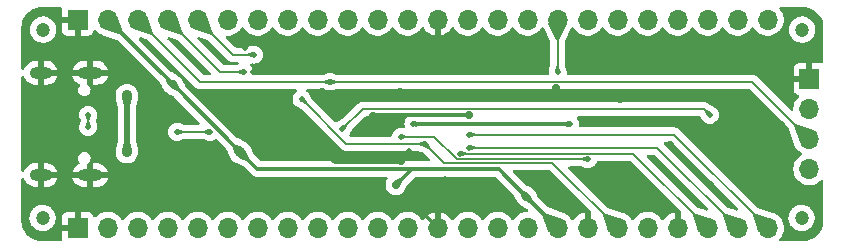
<source format=gbl>
%TF.GenerationSoftware,KiCad,Pcbnew,7.0.11*%
%TF.CreationDate,2024-04-13T17:33:02+08:00*%
%TF.ProjectId,UINIO-MCU-STM32F103C8T6,55494e49-4f2d-44d4-9355-2d53544d3332,Version 3.2.0*%
%TF.SameCoordinates,PX72c1710PY5584170*%
%TF.FileFunction,Copper,L2,Bot*%
%TF.FilePolarity,Positive*%
%FSLAX46Y46*%
G04 Gerber Fmt 4.6, Leading zero omitted, Abs format (unit mm)*
G04 Created by KiCad (PCBNEW 7.0.11) date 2024-04-13 17:33:02*
%MOMM*%
%LPD*%
G01*
G04 APERTURE LIST*
%TA.AperFunction,ComponentPad*%
%ADD10R,1.700000X1.700000*%
%TD*%
%TA.AperFunction,ComponentPad*%
%ADD11O,1.700000X1.700000*%
%TD*%
%TA.AperFunction,ComponentPad*%
%ADD12C,1.200000*%
%TD*%
%TA.AperFunction,ComponentPad*%
%ADD13O,2.100000X1.000000*%
%TD*%
%TA.AperFunction,ComponentPad*%
%ADD14O,1.900000X1.000000*%
%TD*%
%TA.AperFunction,ViaPad*%
%ADD15C,0.700000*%
%TD*%
%TA.AperFunction,ViaPad*%
%ADD16C,0.500000*%
%TD*%
%TA.AperFunction,ViaPad*%
%ADD17C,0.900000*%
%TD*%
%TA.AperFunction,Conductor*%
%ADD18C,0.200000*%
%TD*%
%TA.AperFunction,Conductor*%
%ADD19C,0.300000*%
%TD*%
%TA.AperFunction,Conductor*%
%ADD20C,0.500000*%
%TD*%
G04 APERTURE END LIST*
D10*
%TO.P,J3,1,Pin_1*%
%TO.N,GND*%
X63960000Y-6367130D03*
D11*
%TO.P,J3,2,Pin_2*%
%TO.N,/PA14{slash}SWCLK*%
X63960000Y-8907130D03*
%TO.P,J3,3,Pin_3*%
%TO.N,/PA13{slash}SWDIO*%
X63960000Y-11447130D03*
%TO.P,J3,4,Pin_4*%
%TO.N,/VDD_3.3V*%
X63960000Y-13987130D03*
%TD*%
D12*
%TO.P,HOLE\u002A\u002A,*%
%TO.N,*%
X-920940Y-2190000D03*
%TD*%
%TO.P,HOLE\u002A\u002A,*%
%TO.N,*%
X63339060Y-2190000D03*
%TD*%
%TO.P,HOLE\u002A\u002A,*%
%TO.N,*%
X63290000Y-18130000D03*
%TD*%
D13*
%TO.P,USB1,13,GND*%
%TO.N,GND*%
X3068060Y-5847130D03*
%TO.P,USB1,14,GND*%
X3068060Y-14497130D03*
D14*
%TO.P,USB1,15,GND*%
X-1131940Y-5847130D03*
%TO.P,USB1,16,GND*%
X-1131940Y-14497130D03*
%TD*%
D12*
%TO.P,HOLE\u002A\u002A,*%
%TO.N,*%
X-970000Y-18130000D03*
%TD*%
D10*
%TO.P,J1,1,Pin_1*%
%TO.N,GND*%
X1999060Y-1342130D03*
D11*
%TO.P,J1,2,Pin_2*%
%TO.N,/VDD_3.3V*%
X4539060Y-1342130D03*
%TO.P,J1,3,Pin_3*%
%TO.N,/PA13{slash}SWDIO*%
X7079060Y-1342130D03*
%TO.P,J1,4,Pin_4*%
%TO.N,/USB_PA+*%
X9619060Y-1342130D03*
%TO.P,J1,5,Pin_5*%
%TO.N,/USB_PA-*%
X12159060Y-1342130D03*
%TO.P,J1,6,Pin_6*%
%TO.N,/PA10*%
X14699060Y-1342130D03*
%TO.P,J1,7,Pin_7*%
%TO.N,/PA9*%
X17239060Y-1342130D03*
%TO.P,J1,8,Pin_8*%
%TO.N,/PA8*%
X19779060Y-1342130D03*
%TO.P,J1,9,Pin_9*%
%TO.N,/PB15*%
X22319060Y-1342130D03*
%TO.P,J1,10,Pin_10*%
%TO.N,/PB14*%
X24859060Y-1342130D03*
%TO.P,J1,11,Pin_11*%
%TO.N,/PB13*%
X27399060Y-1342130D03*
%TO.P,J1,12,Pin_12*%
%TO.N,/PB12*%
X29939060Y-1342130D03*
%TO.P,J1,13,Pin_13*%
%TO.N,GND*%
X32479060Y-1342130D03*
%TO.P,J1,14,Pin_14*%
%TO.N,/VDD_3.3V*%
X35019060Y-1342130D03*
%TO.P,J1,15,Pin_15*%
%TO.N,/PB11*%
X37559060Y-1342130D03*
%TO.P,J1,16,Pin_16*%
%TO.N,/PB10*%
X40099060Y-1342130D03*
%TO.P,J1,17,Pin_17*%
%TO.N,/PB2{slash}BOOT1*%
X42639060Y-1342130D03*
%TO.P,J1,18,Pin_18*%
%TO.N,/PB1*%
X45179060Y-1342130D03*
%TO.P,J1,19,Pin_19*%
%TO.N,/PB0*%
X47719060Y-1342130D03*
%TO.P,J1,20,Pin_20*%
%TO.N,/PA7*%
X50259060Y-1342130D03*
%TO.P,J1,21,Pin_21*%
%TO.N,/PA6*%
X52799060Y-1342130D03*
%TO.P,J1,22,Pin_22*%
%TO.N,/PA5*%
X55339060Y-1342130D03*
%TO.P,J1,23,Pin_23*%
%TO.N,/PA4*%
X57879060Y-1342130D03*
%TO.P,J1,24,Pin_24*%
%TO.N,/PA3*%
X60419060Y-1342130D03*
%TD*%
D10*
%TO.P,J2,1,Pin_1*%
%TO.N,GND*%
X1999060Y-18982130D03*
D11*
%TO.P,J2,2,Pin_2*%
%TO.N,/VDD_5V*%
X4539060Y-18982130D03*
%TO.P,J2,3,Pin_3*%
%TO.N,/PA14{slash}SWCLK*%
X7079060Y-18982130D03*
%TO.P,J2,4,Pin_4*%
%TO.N,/PA15*%
X9619060Y-18982130D03*
%TO.P,J2,5,Pin_5*%
%TO.N,/PB3*%
X12159060Y-18982130D03*
%TO.P,J2,6,Pin_6*%
%TO.N,/PB4*%
X14699060Y-18982130D03*
%TO.P,J2,7,Pin_7*%
%TO.N,/PB5*%
X17239060Y-18982130D03*
%TO.P,J2,8,Pin_8*%
%TO.N,/PB6*%
X19779060Y-18982130D03*
%TO.P,J2,9,Pin_9*%
%TO.N,/PB7*%
X22319060Y-18982130D03*
%TO.P,J2,10,Pin_10*%
%TO.N,/BOOT0*%
X24859060Y-18982130D03*
%TO.P,J2,11,Pin_11*%
%TO.N,/PB8*%
X27399060Y-18982130D03*
%TO.P,J2,12,Pin_12*%
%TO.N,/PB9*%
X29939060Y-18982130D03*
%TO.P,J2,13,Pin_13*%
%TO.N,GND*%
X32479060Y-18982130D03*
%TO.P,J2,14,Pin_14*%
%TO.N,/VDD_3.3V*%
X35019060Y-18982130D03*
%TO.P,J2,15,Pin_15*%
%TO.N,/VBAT*%
X37559060Y-18982130D03*
%TO.P,J2,16,Pin_16*%
%TO.N,/PC13*%
X40099060Y-18982130D03*
%TO.P,J2,17,Pin_17*%
%TO.N,/VDD_3.3V*%
X42639060Y-18982130D03*
%TO.P,J2,18,Pin_18*%
%TO.N,GND*%
X45179060Y-18982130D03*
%TO.P,J2,19,Pin_19*%
%TO.N,/NRST*%
X47719060Y-18982130D03*
%TO.P,J2,20,Pin_20*%
%TO.N,/VDD_3.3V*%
X50259060Y-18982130D03*
%TO.P,J2,21,Pin_21*%
%TO.N,GND*%
X52799060Y-18982130D03*
%TO.P,J2,22,Pin_22*%
%TO.N,/PA0*%
X55339060Y-18982130D03*
%TO.P,J2,23,Pin_23*%
%TO.N,/PA1*%
X57879060Y-18982130D03*
%TO.P,J2,24,Pin_24*%
%TO.N,/PA2*%
X60419060Y-18982130D03*
%TD*%
D15*
%TO.N,GND*%
X21635000Y-11165000D03*
D16*
X60540000Y-10190000D03*
X26080000Y-3820000D03*
X58300000Y-10190000D03*
X18379060Y-16652130D03*
X60490000Y-12680000D03*
X10819060Y-16652130D03*
D15*
X55540000Y-15360000D03*
X29329060Y-7442130D03*
D16*
X28550000Y-10190000D03*
X10970000Y-3930000D03*
X16180000Y-3780000D03*
X32109060Y-4202130D03*
X15929060Y-16652130D03*
X15199060Y-14472130D03*
X8340000Y-10880000D03*
X46909060Y-3322130D03*
X44389060Y-3322130D03*
D15*
X29350000Y-13320000D03*
D16*
X59420000Y-10190000D03*
X58960000Y-7680000D03*
X61660000Y-10190000D03*
X27990000Y-10810000D03*
X53139060Y-15512130D03*
X36699060Y-16872130D03*
X57139060Y-3322130D03*
X8439060Y-16652130D03*
D15*
X17499060Y-10252130D03*
D16*
X57180000Y-10190000D03*
X56060000Y-10190000D03*
D15*
X42469060Y-7162130D03*
D16*
X31330000Y-16710000D03*
X49466560Y-3322130D03*
X24029060Y-16652130D03*
X8340000Y-8680000D03*
X52024060Y-3322130D03*
X33090000Y-14810000D03*
X30040000Y-12500000D03*
D15*
X46409060Y-15392130D03*
X52150000Y-12000000D03*
D16*
X29350000Y-10190000D03*
X58040000Y-7680000D03*
X29940000Y-7990000D03*
X56090000Y-7680000D03*
D15*
X42469060Y-15392130D03*
X35139060Y-9462130D03*
X13596312Y-8006312D03*
D16*
X36800000Y-7620000D03*
D15*
X47930000Y-8030000D03*
X27030000Y-9468185D03*
D16*
X13540000Y-3950000D03*
D15*
X22700000Y-7442130D03*
D16*
X16870000Y-5800000D03*
X54581560Y-3322130D03*
X13459060Y-16652130D03*
%TO.N,/PB2{slash}BOOT1*%
X42639060Y-5811630D03*
D17*
%TO.N,/VDD_5V*%
X6169060Y-7762130D03*
X6169060Y-12562130D03*
D15*
%TO.N,/VDD_3.3V*%
X28930000Y-15340000D03*
X10043465Y-6836535D03*
X39993465Y-16336535D03*
D17*
X15783465Y-12576535D03*
D16*
%TO.N,/BOOT0*%
X29350000Y-11259997D03*
X45230000Y-13160000D03*
%TO.N,/NRST*%
X20959060Y-8072130D03*
X31401207Y-11865723D03*
%TO.N,/PA13{slash}SWDIO*%
X23356930Y-6630000D03*
%TO.N,/PA14{slash}SWCLK*%
X55520000Y-9410000D03*
X24400000Y-10620000D03*
%TO.N,/PA0*%
X34348768Y-12681838D03*
%TO.N,/PA1*%
X35150000Y-12180000D03*
%TO.N,/PA2*%
X35149060Y-11082130D03*
%TO.N,Net-(U2-VSSA)*%
X43700000Y-10180000D03*
X30430000Y-10190000D03*
%TO.N,/USB_Data-*%
X2899060Y-9422130D03*
X2899060Y-10422130D03*
%TO.N,Net-(USB1-CC2)*%
X13180000Y-10850000D03*
X10410000Y-10850000D03*
%TO.N,/USB_PA+*%
X16100000Y-5790000D03*
%TO.N,/USB_PA-*%
X16928051Y-4315000D03*
%TD*%
D18*
%TO.N,GND*%
X27212505Y-9468185D02*
X27219060Y-9461630D01*
D19*
X27030000Y-9468185D02*
X27036055Y-9462130D01*
D20*
X20722130Y-10252130D02*
X17499060Y-10252130D01*
X23790000Y-13320000D02*
X21635000Y-11165000D01*
D19*
X31330000Y-16710000D02*
X31330000Y-17833070D01*
D20*
X29360000Y-13320000D02*
X23790000Y-13320000D01*
D19*
X44389060Y-3322130D02*
X57139060Y-3322130D01*
X22700000Y-7442130D02*
X29329060Y-7442130D01*
D20*
X21635000Y-11165000D02*
X20722130Y-10252130D01*
D18*
X27030000Y-9468185D02*
X27212505Y-9468185D01*
D20*
X29360595Y-13320595D02*
X29360000Y-13320000D01*
D19*
X31330000Y-17833070D02*
X32479060Y-18982130D01*
X27036055Y-9462130D02*
X35139060Y-9462130D01*
D18*
%TO.N,/PB2{slash}BOOT1*%
X42639060Y-5811630D02*
X42639060Y-1342130D01*
D20*
%TO.N,/VDD_5V*%
X6169060Y-7782130D02*
X6169060Y-12562130D01*
D19*
%TO.N,/VDD_3.3V*%
X30287870Y-13982130D02*
X33879060Y-13982130D01*
X10043465Y-6836535D02*
X4549060Y-1342130D01*
X28930000Y-15340000D02*
X30287870Y-13982130D01*
X15783465Y-12576535D02*
X17189060Y-13982130D01*
X39993465Y-16336535D02*
X42639060Y-18982130D01*
X39993465Y-16336535D02*
X37639060Y-13982130D01*
X15783465Y-12576535D02*
X10043465Y-6836535D01*
X37639060Y-13982130D02*
X33879060Y-13982130D01*
X17189060Y-13982130D02*
X33879060Y-13982130D01*
D18*
%TO.N,/BOOT0*%
X45227870Y-13162130D02*
X45230000Y-13160000D01*
X34112130Y-13162130D02*
X45227870Y-13162130D01*
X32209997Y-11259997D02*
X34112130Y-13162130D01*
X29350000Y-11259997D02*
X32209997Y-11259997D01*
%TO.N,/NRST*%
X31401207Y-11865723D02*
X31395484Y-11860000D01*
X24746930Y-11860000D02*
X20959060Y-8072130D01*
X31410723Y-11865723D02*
X33007130Y-13462130D01*
X42199060Y-13462130D02*
X47719060Y-18982130D01*
X31401207Y-11865723D02*
X31410723Y-11865723D01*
X33007130Y-13462130D02*
X42199060Y-13462130D01*
X31395484Y-11860000D02*
X24746930Y-11860000D01*
%TO.N,/PA13{slash}SWDIO*%
X12376930Y-6630000D02*
X7089060Y-1342130D01*
X42223372Y-6630000D02*
X42241242Y-6612130D01*
X42241242Y-6612130D02*
X59120000Y-6612130D01*
X23356930Y-6630000D02*
X42223372Y-6630000D01*
X59120000Y-6612130D02*
X63960000Y-11452130D01*
X23286930Y-6630000D02*
X12376930Y-6630000D01*
%TO.N,/PA14{slash}SWCLK*%
X26120000Y-8910000D02*
X24410000Y-10620000D01*
X24410000Y-10620000D02*
X24400000Y-10620000D01*
X55020000Y-8910000D02*
X26120000Y-8910000D01*
X55520000Y-9410000D02*
X55020000Y-8910000D01*
%TO.N,/PA0*%
X34348768Y-12681838D02*
X49038768Y-12681838D01*
X49038768Y-12681838D02*
X55339060Y-18982130D01*
%TO.N,/PA1*%
X51076930Y-12180000D02*
X57879060Y-18982130D01*
X35150000Y-12180000D02*
X51076930Y-12180000D01*
%TO.N,/PA2*%
X52519060Y-11082130D02*
X60419060Y-18982130D01*
X35149060Y-11082130D02*
X52519060Y-11082130D01*
D19*
%TO.N,Net-(U2-VSSA)*%
X30440000Y-10180000D02*
X43700000Y-10180000D01*
X30430000Y-10190000D02*
X30440000Y-10180000D01*
D18*
%TO.N,/USB_Data-*%
X2899060Y-10422130D02*
X2899060Y-9422130D01*
%TO.N,Net-(USB1-CC2)*%
X10410000Y-10850000D02*
X13180000Y-10850000D01*
%TO.N,/USB_PA+*%
X14066930Y-5790000D02*
X9619060Y-1342130D01*
X16100000Y-5790000D02*
X14066930Y-5790000D01*
%TO.N,/USB_PA-*%
X16928051Y-4315000D02*
X15131930Y-4315000D01*
X15131930Y-4315000D02*
X12159060Y-1342130D01*
%TD*%
%TA.AperFunction,Conductor*%
%TO.N,GND*%
G36*
X598660Y-272315D02*
G01*
X644415Y-325119D01*
X654910Y-389886D01*
X649060Y-444285D01*
X649060Y-1092130D01*
X1565374Y-1092130D01*
X1539567Y-1132286D01*
X1499060Y-1270241D01*
X1499060Y-1414019D01*
X1539567Y-1551974D01*
X1565374Y-1592130D01*
X649060Y-1592130D01*
X649060Y-2239974D01*
X655461Y-2299502D01*
X655463Y-2299509D01*
X705705Y-2434216D01*
X705709Y-2434223D01*
X791869Y-2549317D01*
X791872Y-2549320D01*
X906966Y-2635480D01*
X906973Y-2635484D01*
X1041680Y-2685726D01*
X1041687Y-2685728D01*
X1101215Y-2692129D01*
X1101232Y-2692130D01*
X1749060Y-2692130D01*
X1749060Y-1777631D01*
X1856745Y-1826810D01*
X1963297Y-1842130D01*
X2034823Y-1842130D01*
X2141375Y-1826810D01*
X2249060Y-1777631D01*
X2249060Y-2692130D01*
X2896888Y-2692130D01*
X2896904Y-2692129D01*
X2956432Y-2685728D01*
X2956439Y-2685726D01*
X3091146Y-2635484D01*
X3091153Y-2635480D01*
X3206247Y-2549320D01*
X3206250Y-2549317D01*
X3292410Y-2434223D01*
X3292414Y-2434216D01*
X3338741Y-2310007D01*
X3380612Y-2254073D01*
X3446076Y-2229656D01*
X3514349Y-2244507D01*
X3546149Y-2269353D01*
X3615820Y-2345036D01*
X3793484Y-2483319D01*
X3793485Y-2483319D01*
X3793487Y-2483321D01*
X3915438Y-2549317D01*
X3991486Y-2590472D01*
X4007539Y-2595982D01*
X4021433Y-2600753D01*
X4039596Y-2608661D01*
X4050214Y-2614334D01*
X5329915Y-3078390D01*
X5341881Y-3082729D01*
X5387290Y-3111620D01*
X9003835Y-6728165D01*
X9025667Y-6757684D01*
X9261613Y-7201947D01*
X9276339Y-7227833D01*
X9279365Y-7232226D01*
X9279298Y-7232271D01*
X9287265Y-7243760D01*
X9345096Y-7343926D01*
X9465846Y-7478034D01*
X9465849Y-7478036D01*
X9465852Y-7478039D01*
X9611850Y-7584113D01*
X9649177Y-7600732D01*
X9671889Y-7613886D01*
X9678031Y-7618373D01*
X9678034Y-7618375D01*
X10043625Y-7812539D01*
X10122313Y-7854330D01*
X10151832Y-7876162D01*
X12305489Y-10029819D01*
X12338974Y-10091142D01*
X12333990Y-10160834D01*
X12292118Y-10216767D01*
X12226654Y-10241184D01*
X12217808Y-10241500D01*
X11026112Y-10241500D01*
X10987901Y-10235466D01*
X10674135Y-10133831D01*
X10641808Y-10124519D01*
X10636465Y-10123477D01*
X10636540Y-10123090D01*
X10615933Y-10118463D01*
X10595515Y-10111319D01*
X10579850Y-10105838D01*
X10579848Y-10105837D01*
X10579843Y-10105836D01*
X10410004Y-10086701D01*
X10409996Y-10086701D01*
X10240155Y-10105836D01*
X10240150Y-10105837D01*
X10078816Y-10162291D01*
X9934091Y-10253228D01*
X9813228Y-10374091D01*
X9722291Y-10518816D01*
X9665837Y-10680150D01*
X9665836Y-10680155D01*
X9646701Y-10849996D01*
X9646701Y-10850003D01*
X9665836Y-11019844D01*
X9665837Y-11019849D01*
X9697331Y-11109853D01*
X9722291Y-11181183D01*
X9813229Y-11325909D01*
X9934091Y-11446771D01*
X10078817Y-11537709D01*
X10204067Y-11581536D01*
X10240150Y-11594162D01*
X10240155Y-11594163D01*
X10409996Y-11613299D01*
X10410000Y-11613299D01*
X10410004Y-11613299D01*
X10579843Y-11594163D01*
X10579843Y-11594162D01*
X10579850Y-11594162D01*
X10636302Y-11574407D01*
X10656209Y-11569250D01*
X10674149Y-11566163D01*
X10987899Y-11464534D01*
X11026110Y-11458500D01*
X12563889Y-11458500D01*
X12602100Y-11464534D01*
X12915849Y-11566163D01*
X12948194Y-11575480D01*
X12948207Y-11575481D01*
X12953540Y-11576522D01*
X12953463Y-11576913D01*
X12974064Y-11581534D01*
X13010150Y-11594162D01*
X13010154Y-11594162D01*
X13010156Y-11594163D01*
X13179996Y-11613299D01*
X13180000Y-11613299D01*
X13180004Y-11613299D01*
X13349844Y-11594163D01*
X13349847Y-11594162D01*
X13349850Y-11594162D01*
X13511183Y-11537709D01*
X13613038Y-11473708D01*
X13680273Y-11454708D01*
X13747109Y-11475075D01*
X13766691Y-11491021D01*
X14592029Y-12316359D01*
X14616784Y-12351751D01*
X14897387Y-12955131D01*
X14917395Y-12993779D01*
X14917400Y-12993788D01*
X14917985Y-12994537D01*
X14929604Y-13012393D01*
X14982643Y-13111624D01*
X14982645Y-13111627D01*
X15102423Y-13257576D01*
X15248372Y-13377354D01*
X15248375Y-13377356D01*
X15258048Y-13382526D01*
X15386464Y-13451165D01*
X15395750Y-13456662D01*
X15404867Y-13462611D01*
X15404871Y-13462612D01*
X15404873Y-13462614D01*
X15518269Y-13515349D01*
X16008247Y-13743214D01*
X16043638Y-13767968D01*
X16662340Y-14386670D01*
X16672490Y-14399338D01*
X16672666Y-14399194D01*
X16677640Y-14405206D01*
X16729332Y-14453748D01*
X16732131Y-14456461D01*
X16752722Y-14477053D01*
X16756302Y-14479830D01*
X16765184Y-14487416D01*
X16798924Y-14519100D01*
X16798926Y-14519101D01*
X16798927Y-14519102D01*
X16817863Y-14529512D01*
X16834109Y-14540183D01*
X16851192Y-14553434D01*
X16851197Y-14553436D01*
X16893674Y-14571818D01*
X16904165Y-14576957D01*
X16944723Y-14599254D01*
X16960883Y-14603402D01*
X16965643Y-14604625D01*
X16984046Y-14610925D01*
X17003884Y-14619510D01*
X17049616Y-14626752D01*
X17061043Y-14629119D01*
X17105872Y-14640630D01*
X17127472Y-14640630D01*
X17146871Y-14642157D01*
X17168212Y-14645537D01*
X17209947Y-14641591D01*
X17214304Y-14641180D01*
X17225973Y-14640630D01*
X28127749Y-14640630D01*
X28194788Y-14660315D01*
X28240543Y-14713119D01*
X28250487Y-14782277D01*
X28232808Y-14825781D01*
X28234882Y-14826979D01*
X28141400Y-14988894D01*
X28085635Y-15160523D01*
X28066771Y-15340000D01*
X28085635Y-15519476D01*
X28108210Y-15588957D01*
X28141401Y-15691107D01*
X28231633Y-15847393D01*
X28273696Y-15894108D01*
X28352381Y-15981499D01*
X28352384Y-15981501D01*
X28352387Y-15981504D01*
X28498385Y-16087578D01*
X28663242Y-16160978D01*
X28663248Y-16160980D01*
X28839768Y-16198500D01*
X28839769Y-16198500D01*
X29020231Y-16198500D01*
X29020232Y-16198500D01*
X29196752Y-16160980D01*
X29196754Y-16160978D01*
X29196757Y-16160978D01*
X29252288Y-16136253D01*
X29361615Y-16087578D01*
X29507613Y-15981504D01*
X29516978Y-15971104D01*
X29554615Y-15929303D01*
X29628367Y-15847393D01*
X29701314Y-15721042D01*
X29708568Y-15709906D01*
X29711840Y-15705430D01*
X29947796Y-15261147D01*
X29969623Y-15231635D01*
X30524311Y-14676949D01*
X30585634Y-14643464D01*
X30611992Y-14640630D01*
X33795872Y-14640630D01*
X37314938Y-14640630D01*
X37381977Y-14660315D01*
X37402619Y-14676949D01*
X38953834Y-16228163D01*
X38975666Y-16257682D01*
X39211613Y-16701947D01*
X39226339Y-16727833D01*
X39229365Y-16732226D01*
X39229298Y-16732271D01*
X39237265Y-16743760D01*
X39295096Y-16843926D01*
X39415846Y-16978034D01*
X39415849Y-16978036D01*
X39415852Y-16978039D01*
X39561850Y-17084113D01*
X39599177Y-17100732D01*
X39621889Y-17113886D01*
X39622938Y-17114652D01*
X39628034Y-17118375D01*
X40072314Y-17354331D01*
X40101833Y-17376163D01*
X40137619Y-17411949D01*
X40171104Y-17473272D01*
X40166120Y-17542964D01*
X40124248Y-17598897D01*
X40058784Y-17623314D01*
X40049938Y-17623630D01*
X39986491Y-17623630D01*
X39764422Y-17660686D01*
X39551490Y-17733786D01*
X39551479Y-17733791D01*
X39353487Y-17840938D01*
X39353482Y-17840942D01*
X39175821Y-17979222D01*
X39175816Y-17979227D01*
X39023344Y-18144853D01*
X39023336Y-18144864D01*
X38932868Y-18283336D01*
X38879722Y-18328692D01*
X38810491Y-18338116D01*
X38747155Y-18308614D01*
X38725252Y-18283336D01*
X38659686Y-18182981D01*
X38634782Y-18144862D01*
X38634779Y-18144859D01*
X38634775Y-18144853D01*
X38482303Y-17979227D01*
X38482298Y-17979222D01*
X38316127Y-17849885D01*
X38304636Y-17840941D01*
X38304635Y-17840940D01*
X38304632Y-17840938D01*
X38106640Y-17733791D01*
X38106637Y-17733789D01*
X38106634Y-17733788D01*
X38106631Y-17733787D01*
X38106629Y-17733786D01*
X37893697Y-17660686D01*
X37671629Y-17623630D01*
X37446491Y-17623630D01*
X37224422Y-17660686D01*
X37011490Y-17733786D01*
X37011479Y-17733791D01*
X36813487Y-17840938D01*
X36813482Y-17840942D01*
X36635821Y-17979222D01*
X36635816Y-17979227D01*
X36483344Y-18144853D01*
X36483336Y-18144864D01*
X36392868Y-18283336D01*
X36339722Y-18328692D01*
X36270491Y-18338116D01*
X36207155Y-18308614D01*
X36185252Y-18283336D01*
X36119686Y-18182981D01*
X36094782Y-18144862D01*
X36094779Y-18144859D01*
X36094775Y-18144853D01*
X35942303Y-17979227D01*
X35942298Y-17979222D01*
X35776127Y-17849885D01*
X35764636Y-17840941D01*
X35764635Y-17840940D01*
X35764632Y-17840938D01*
X35566640Y-17733791D01*
X35566637Y-17733789D01*
X35566634Y-17733788D01*
X35566631Y-17733787D01*
X35566629Y-17733786D01*
X35353697Y-17660686D01*
X35131629Y-17623630D01*
X34906491Y-17623630D01*
X34684422Y-17660686D01*
X34471490Y-17733786D01*
X34471479Y-17733791D01*
X34273487Y-17840938D01*
X34273482Y-17840942D01*
X34095821Y-17979222D01*
X34095816Y-17979227D01*
X33943344Y-18144853D01*
X33943336Y-18144864D01*
X33849311Y-18288780D01*
X33796165Y-18334137D01*
X33726933Y-18343560D01*
X33663598Y-18314058D01*
X33643928Y-18292081D01*
X33517173Y-18111056D01*
X33517168Y-18111050D01*
X33350142Y-17944024D01*
X33156638Y-17808529D01*
X32942552Y-17708700D01*
X32942546Y-17708697D01*
X32729060Y-17651494D01*
X32729060Y-18546628D01*
X32621375Y-18497450D01*
X32514823Y-18482130D01*
X32443297Y-18482130D01*
X32336745Y-18497450D01*
X32229060Y-18546628D01*
X32229060Y-17651494D01*
X32229059Y-17651494D01*
X32015573Y-17708697D01*
X32015567Y-17708700D01*
X31801482Y-17808529D01*
X31801480Y-17808530D01*
X31607986Y-17944016D01*
X31607980Y-17944021D01*
X31440951Y-18111050D01*
X31440950Y-18111052D01*
X31314191Y-18292082D01*
X31259614Y-18335707D01*
X31190115Y-18342899D01*
X31127761Y-18311377D01*
X31108812Y-18288786D01*
X31014782Y-18144862D01*
X31014775Y-18144855D01*
X31014775Y-18144853D01*
X30862303Y-17979227D01*
X30862298Y-17979222D01*
X30696127Y-17849885D01*
X30684636Y-17840941D01*
X30684635Y-17840940D01*
X30684632Y-17840938D01*
X30486640Y-17733791D01*
X30486637Y-17733789D01*
X30486634Y-17733788D01*
X30486631Y-17733787D01*
X30486629Y-17733786D01*
X30273697Y-17660686D01*
X30051629Y-17623630D01*
X29826491Y-17623630D01*
X29604422Y-17660686D01*
X29391490Y-17733786D01*
X29391479Y-17733791D01*
X29193487Y-17840938D01*
X29193482Y-17840942D01*
X29015821Y-17979222D01*
X29015816Y-17979227D01*
X28863344Y-18144853D01*
X28863336Y-18144864D01*
X28772868Y-18283336D01*
X28719722Y-18328692D01*
X28650491Y-18338116D01*
X28587155Y-18308614D01*
X28565252Y-18283336D01*
X28499686Y-18182981D01*
X28474782Y-18144862D01*
X28474779Y-18144859D01*
X28474775Y-18144853D01*
X28322303Y-17979227D01*
X28322298Y-17979222D01*
X28156127Y-17849885D01*
X28144636Y-17840941D01*
X28144635Y-17840940D01*
X28144632Y-17840938D01*
X27946640Y-17733791D01*
X27946637Y-17733789D01*
X27946634Y-17733788D01*
X27946631Y-17733787D01*
X27946629Y-17733786D01*
X27733697Y-17660686D01*
X27511629Y-17623630D01*
X27286491Y-17623630D01*
X27064422Y-17660686D01*
X26851490Y-17733786D01*
X26851479Y-17733791D01*
X26653487Y-17840938D01*
X26653482Y-17840942D01*
X26475821Y-17979222D01*
X26475816Y-17979227D01*
X26323344Y-18144853D01*
X26323336Y-18144864D01*
X26232868Y-18283336D01*
X26179722Y-18328692D01*
X26110491Y-18338116D01*
X26047155Y-18308614D01*
X26025252Y-18283336D01*
X25959686Y-18182981D01*
X25934782Y-18144862D01*
X25934779Y-18144859D01*
X25934775Y-18144853D01*
X25782303Y-17979227D01*
X25782298Y-17979222D01*
X25616127Y-17849885D01*
X25604636Y-17840941D01*
X25604635Y-17840940D01*
X25604632Y-17840938D01*
X25406640Y-17733791D01*
X25406637Y-17733789D01*
X25406634Y-17733788D01*
X25406631Y-17733787D01*
X25406629Y-17733786D01*
X25193697Y-17660686D01*
X24971629Y-17623630D01*
X24746491Y-17623630D01*
X24524422Y-17660686D01*
X24311490Y-17733786D01*
X24311479Y-17733791D01*
X24113487Y-17840938D01*
X24113482Y-17840942D01*
X23935821Y-17979222D01*
X23935816Y-17979227D01*
X23783344Y-18144853D01*
X23783336Y-18144864D01*
X23692868Y-18283336D01*
X23639722Y-18328692D01*
X23570491Y-18338116D01*
X23507155Y-18308614D01*
X23485252Y-18283336D01*
X23419686Y-18182981D01*
X23394782Y-18144862D01*
X23394779Y-18144859D01*
X23394775Y-18144853D01*
X23242303Y-17979227D01*
X23242298Y-17979222D01*
X23076127Y-17849885D01*
X23064636Y-17840941D01*
X23064635Y-17840940D01*
X23064632Y-17840938D01*
X22866640Y-17733791D01*
X22866637Y-17733789D01*
X22866634Y-17733788D01*
X22866631Y-17733787D01*
X22866629Y-17733786D01*
X22653697Y-17660686D01*
X22431629Y-17623630D01*
X22206491Y-17623630D01*
X21984422Y-17660686D01*
X21771490Y-17733786D01*
X21771479Y-17733791D01*
X21573487Y-17840938D01*
X21573482Y-17840942D01*
X21395821Y-17979222D01*
X21395816Y-17979227D01*
X21243344Y-18144853D01*
X21243336Y-18144864D01*
X21152868Y-18283336D01*
X21099722Y-18328692D01*
X21030491Y-18338116D01*
X20967155Y-18308614D01*
X20945252Y-18283336D01*
X20879686Y-18182981D01*
X20854782Y-18144862D01*
X20854779Y-18144859D01*
X20854775Y-18144853D01*
X20702303Y-17979227D01*
X20702298Y-17979222D01*
X20536127Y-17849885D01*
X20524636Y-17840941D01*
X20524635Y-17840940D01*
X20524632Y-17840938D01*
X20326640Y-17733791D01*
X20326637Y-17733789D01*
X20326634Y-17733788D01*
X20326631Y-17733787D01*
X20326629Y-17733786D01*
X20113697Y-17660686D01*
X19891629Y-17623630D01*
X19666491Y-17623630D01*
X19444422Y-17660686D01*
X19231490Y-17733786D01*
X19231479Y-17733791D01*
X19033487Y-17840938D01*
X19033482Y-17840942D01*
X18855821Y-17979222D01*
X18855816Y-17979227D01*
X18703344Y-18144853D01*
X18703336Y-18144864D01*
X18612868Y-18283336D01*
X18559722Y-18328692D01*
X18490491Y-18338116D01*
X18427155Y-18308614D01*
X18405252Y-18283336D01*
X18339686Y-18182981D01*
X18314782Y-18144862D01*
X18314779Y-18144859D01*
X18314775Y-18144853D01*
X18162303Y-17979227D01*
X18162298Y-17979222D01*
X17996127Y-17849885D01*
X17984636Y-17840941D01*
X17984635Y-17840940D01*
X17984632Y-17840938D01*
X17786640Y-17733791D01*
X17786637Y-17733789D01*
X17786634Y-17733788D01*
X17786631Y-17733787D01*
X17786629Y-17733786D01*
X17573697Y-17660686D01*
X17351629Y-17623630D01*
X17126491Y-17623630D01*
X16904422Y-17660686D01*
X16691490Y-17733786D01*
X16691479Y-17733791D01*
X16493487Y-17840938D01*
X16493482Y-17840942D01*
X16315821Y-17979222D01*
X16315816Y-17979227D01*
X16163344Y-18144853D01*
X16163336Y-18144864D01*
X16072868Y-18283336D01*
X16019722Y-18328692D01*
X15950491Y-18338116D01*
X15887155Y-18308614D01*
X15865252Y-18283336D01*
X15799686Y-18182981D01*
X15774782Y-18144862D01*
X15774779Y-18144859D01*
X15774775Y-18144853D01*
X15622303Y-17979227D01*
X15622298Y-17979222D01*
X15456127Y-17849885D01*
X15444636Y-17840941D01*
X15444635Y-17840940D01*
X15444632Y-17840938D01*
X15246640Y-17733791D01*
X15246637Y-17733789D01*
X15246634Y-17733788D01*
X15246631Y-17733787D01*
X15246629Y-17733786D01*
X15033697Y-17660686D01*
X14811629Y-17623630D01*
X14586491Y-17623630D01*
X14364422Y-17660686D01*
X14151490Y-17733786D01*
X14151479Y-17733791D01*
X13953487Y-17840938D01*
X13953482Y-17840942D01*
X13775821Y-17979222D01*
X13775816Y-17979227D01*
X13623344Y-18144853D01*
X13623336Y-18144864D01*
X13532868Y-18283336D01*
X13479722Y-18328692D01*
X13410491Y-18338116D01*
X13347155Y-18308614D01*
X13325252Y-18283336D01*
X13259686Y-18182981D01*
X13234782Y-18144862D01*
X13234779Y-18144859D01*
X13234775Y-18144853D01*
X13082303Y-17979227D01*
X13082298Y-17979222D01*
X12916127Y-17849885D01*
X12904636Y-17840941D01*
X12904635Y-17840940D01*
X12904632Y-17840938D01*
X12706640Y-17733791D01*
X12706637Y-17733789D01*
X12706634Y-17733788D01*
X12706631Y-17733787D01*
X12706629Y-17733786D01*
X12493697Y-17660686D01*
X12271629Y-17623630D01*
X12046491Y-17623630D01*
X11824422Y-17660686D01*
X11611490Y-17733786D01*
X11611479Y-17733791D01*
X11413487Y-17840938D01*
X11413482Y-17840942D01*
X11235821Y-17979222D01*
X11235816Y-17979227D01*
X11083344Y-18144853D01*
X11083336Y-18144864D01*
X10992868Y-18283336D01*
X10939722Y-18328692D01*
X10870491Y-18338116D01*
X10807155Y-18308614D01*
X10785252Y-18283336D01*
X10719686Y-18182981D01*
X10694782Y-18144862D01*
X10694779Y-18144859D01*
X10694775Y-18144853D01*
X10542303Y-17979227D01*
X10542298Y-17979222D01*
X10376127Y-17849885D01*
X10364636Y-17840941D01*
X10364635Y-17840940D01*
X10364632Y-17840938D01*
X10166640Y-17733791D01*
X10166637Y-17733789D01*
X10166634Y-17733788D01*
X10166631Y-17733787D01*
X10166629Y-17733786D01*
X9953697Y-17660686D01*
X9731629Y-17623630D01*
X9506491Y-17623630D01*
X9284422Y-17660686D01*
X9071490Y-17733786D01*
X9071479Y-17733791D01*
X8873487Y-17840938D01*
X8873482Y-17840942D01*
X8695821Y-17979222D01*
X8695816Y-17979227D01*
X8543344Y-18144853D01*
X8543336Y-18144864D01*
X8452868Y-18283336D01*
X8399722Y-18328692D01*
X8330491Y-18338116D01*
X8267155Y-18308614D01*
X8245252Y-18283336D01*
X8179686Y-18182981D01*
X8154782Y-18144862D01*
X8154779Y-18144859D01*
X8154775Y-18144853D01*
X8002303Y-17979227D01*
X8002298Y-17979222D01*
X7836127Y-17849885D01*
X7824636Y-17840941D01*
X7824635Y-17840940D01*
X7824632Y-17840938D01*
X7626640Y-17733791D01*
X7626637Y-17733789D01*
X7626634Y-17733788D01*
X7626631Y-17733787D01*
X7626629Y-17733786D01*
X7413697Y-17660686D01*
X7191629Y-17623630D01*
X6966491Y-17623630D01*
X6744422Y-17660686D01*
X6531490Y-17733786D01*
X6531479Y-17733791D01*
X6333487Y-17840938D01*
X6333482Y-17840942D01*
X6155821Y-17979222D01*
X6155816Y-17979227D01*
X6003344Y-18144853D01*
X6003336Y-18144864D01*
X5912868Y-18283336D01*
X5859722Y-18328692D01*
X5790491Y-18338116D01*
X5727155Y-18308614D01*
X5705252Y-18283336D01*
X5639686Y-18182981D01*
X5614782Y-18144862D01*
X5614779Y-18144859D01*
X5614775Y-18144853D01*
X5462303Y-17979227D01*
X5462298Y-17979222D01*
X5296127Y-17849885D01*
X5284636Y-17840941D01*
X5284635Y-17840940D01*
X5284632Y-17840938D01*
X5086640Y-17733791D01*
X5086637Y-17733789D01*
X5086634Y-17733788D01*
X5086631Y-17733787D01*
X5086629Y-17733786D01*
X4873697Y-17660686D01*
X4651629Y-17623630D01*
X4426491Y-17623630D01*
X4204422Y-17660686D01*
X3991490Y-17733786D01*
X3991479Y-17733791D01*
X3793487Y-17840938D01*
X3793482Y-17840942D01*
X3615821Y-17979222D01*
X3546152Y-18054903D01*
X3486265Y-18090893D01*
X3416427Y-18088792D01*
X3358811Y-18049267D01*
X3338741Y-18014252D01*
X3292414Y-17890043D01*
X3292410Y-17890036D01*
X3206250Y-17774942D01*
X3206247Y-17774939D01*
X3091153Y-17688779D01*
X3091146Y-17688775D01*
X2956439Y-17638533D01*
X2956432Y-17638531D01*
X2896904Y-17632130D01*
X2249060Y-17632130D01*
X2249060Y-18546628D01*
X2141375Y-18497450D01*
X2034823Y-18482130D01*
X1963297Y-18482130D01*
X1856745Y-18497450D01*
X1749060Y-18546628D01*
X1749060Y-17632130D01*
X1101215Y-17632130D01*
X1041687Y-17638531D01*
X1041680Y-17638533D01*
X906973Y-17688775D01*
X906966Y-17688779D01*
X791872Y-17774939D01*
X791869Y-17774942D01*
X705709Y-17890036D01*
X705705Y-17890043D01*
X655463Y-18024750D01*
X655461Y-18024757D01*
X649060Y-18084285D01*
X649060Y-18732130D01*
X1565374Y-18732130D01*
X1539567Y-18772286D01*
X1499060Y-18910241D01*
X1499060Y-19054019D01*
X1539567Y-19191974D01*
X1565374Y-19232130D01*
X649060Y-19232130D01*
X649060Y-19879974D01*
X655884Y-19943434D01*
X643479Y-20012194D01*
X595869Y-20063331D01*
X532595Y-20080690D01*
X-1015572Y-20080690D01*
X-1024418Y-20080374D01*
X-1260134Y-20063515D01*
X-1277646Y-20060997D01*
X-1504220Y-20011709D01*
X-1521196Y-20006725D01*
X-1738461Y-19925689D01*
X-1754554Y-19918339D01*
X-1958062Y-19807214D01*
X-1972945Y-19797649D01*
X-2158578Y-19658686D01*
X-2171943Y-19647106D01*
X-2335916Y-19483132D01*
X-2347489Y-19469776D01*
X-2486462Y-19284129D01*
X-2496012Y-19269270D01*
X-2607147Y-19065739D01*
X-2614494Y-19049650D01*
X-2668358Y-18905231D01*
X-2695529Y-18832384D01*
X-2700511Y-18815413D01*
X-2709103Y-18775918D01*
X-2749800Y-18588832D01*
X-2752317Y-18571325D01*
X-2753119Y-18560114D01*
X-2765103Y-18392535D01*
X-2769184Y-18335466D01*
X-2769500Y-18326621D01*
X-2769500Y-18130003D01*
X-2083249Y-18130003D01*
X-2076321Y-18204776D01*
X-2075933Y-18210313D01*
X-2072209Y-18288470D01*
X-2072208Y-18288475D01*
X-2068445Y-18303986D01*
X-2065479Y-18321774D01*
X-2064294Y-18334559D01*
X-2047799Y-18392535D01*
X-2042800Y-18410102D01*
X-2041562Y-18414802D01*
X-2022299Y-18494201D01*
X-2022298Y-18494206D01*
X-2017109Y-18505568D01*
X-2010641Y-18523134D01*
X-2008078Y-18532141D01*
X-2008072Y-18532157D01*
X-1971524Y-18605554D01*
X-1969730Y-18609314D01*
X-1934359Y-18686765D01*
X-1934353Y-18686776D01*
X-1929121Y-18694123D01*
X-1919132Y-18710771D01*
X-1916504Y-18716048D01*
X-1916502Y-18716052D01*
X-1865011Y-18784236D01*
X-1862958Y-18787035D01*
X-1811557Y-18859218D01*
X-1811555Y-18859219D01*
X-1807541Y-18863047D01*
X-1794163Y-18878057D01*
X-1792708Y-18879983D01*
X-1792705Y-18879987D01*
X-1792702Y-18879989D01*
X-1792701Y-18879991D01*
X-1726960Y-18939922D01*
X-1724967Y-18941780D01*
X-1658346Y-19005303D01*
X-1656602Y-19006424D01*
X-1645481Y-19014970D01*
X-1645456Y-19014938D01*
X-1640881Y-19018393D01*
X-1562315Y-19067039D01*
X-1560598Y-19068122D01*
X-1498344Y-19108130D01*
X-1480252Y-19119757D01*
X-1475000Y-19122465D01*
X-1475034Y-19122529D01*
X-1471512Y-19124308D01*
X-1471350Y-19123984D01*
X-1466227Y-19126534D01*
X-1466218Y-19126540D01*
X-1376840Y-19161164D01*
X-1375612Y-19161647D01*
X-1341838Y-19175169D01*
X-1283722Y-19198436D01*
X-1281753Y-19199013D01*
X-1275660Y-19200465D01*
X-1274661Y-19200749D01*
X-1274660Y-19200749D01*
X-1274655Y-19200751D01*
X-1176828Y-19219037D01*
X-1176717Y-19219058D01*
X-1075849Y-19238500D01*
X-1075844Y-19238500D01*
X-867284Y-19238500D01*
X-867282Y-19238500D01*
X-820603Y-19229773D01*
X-809651Y-19228229D01*
X-759261Y-19223419D01*
X-717349Y-19211112D01*
X-705214Y-19208203D01*
X-665345Y-19200751D01*
X-617873Y-19182360D01*
X-608014Y-19179009D01*
X-577128Y-19169939D01*
X-556138Y-19163777D01*
X-543606Y-19157315D01*
X-520391Y-19145348D01*
X-508366Y-19139937D01*
X-473782Y-19126540D01*
X-427543Y-19097909D01*
X-419081Y-19093118D01*
X-370651Y-19068151D01*
X-367974Y-19066771D01*
X-339078Y-19044046D01*
X-327718Y-19036099D01*
X-299118Y-19018392D01*
X-256367Y-18979417D01*
X-249506Y-18973606D01*
X-201568Y-18935908D01*
X-179769Y-18910749D01*
X-169595Y-18900316D01*
X-163556Y-18894809D01*
X-147299Y-18879991D01*
X-110346Y-18831055D01*
X-105136Y-18824618D01*
X-62935Y-18775918D01*
X-48011Y-18750066D01*
X-39592Y-18737361D01*
X-23497Y-18716050D01*
X5364Y-18658088D01*
X8977Y-18651360D01*
X8993Y-18651332D01*
X42913Y-18592582D01*
X51537Y-18567661D01*
X57709Y-18552965D01*
X68074Y-18532152D01*
X86745Y-18466527D01*
X88827Y-18459921D01*
X112150Y-18392535D01*
X112153Y-18392527D01*
X115412Y-18369857D01*
X118878Y-18353590D01*
X124294Y-18334559D01*
X130906Y-18263199D01*
X131638Y-18257003D01*
X138352Y-18210313D01*
X142281Y-18182984D01*
X141356Y-18163578D01*
X141743Y-18146238D01*
X143249Y-18130000D01*
X136318Y-18055214D01*
X135930Y-18049679D01*
X135910Y-18049267D01*
X132208Y-17971526D01*
X128441Y-17956002D01*
X125478Y-17938229D01*
X124294Y-17925441D01*
X102783Y-17849840D01*
X101556Y-17845182D01*
X82298Y-17765796D01*
X77107Y-17754430D01*
X70636Y-17736853D01*
X68076Y-17727856D01*
X68074Y-17727848D01*
X37981Y-17667414D01*
X31511Y-17654421D01*
X29716Y-17650659D01*
X24178Y-17638533D01*
X-5644Y-17573229D01*
X-10879Y-17565877D01*
X-20871Y-17549224D01*
X-23497Y-17543950D01*
X-24242Y-17542964D01*
X-74990Y-17475763D01*
X-77044Y-17472963D01*
X-128441Y-17400785D01*
X-128446Y-17400780D01*
X-132454Y-17396958D01*
X-145847Y-17381931D01*
X-147292Y-17380018D01*
X-147295Y-17380014D01*
X-147296Y-17380013D01*
X-147299Y-17380009D01*
X-213087Y-17320036D01*
X-214998Y-17318253D01*
X-281654Y-17254697D01*
X-281657Y-17254694D01*
X-283399Y-17253575D01*
X-294520Y-17245029D01*
X-294544Y-17245062D01*
X-299123Y-17241604D01*
X-377673Y-17192967D01*
X-379433Y-17191857D01*
X-459742Y-17140246D01*
X-465001Y-17137535D01*
X-464968Y-17137470D01*
X-468488Y-17135692D01*
X-468649Y-17136016D01*
X-473787Y-17133457D01*
X-563117Y-17098851D01*
X-564409Y-17098343D01*
X-656278Y-17061564D01*
X-658239Y-17060988D01*
X-664320Y-17059540D01*
X-665340Y-17059250D01*
X-762983Y-17040996D01*
X-763663Y-17040867D01*
X-864150Y-17021500D01*
X-864151Y-17021500D01*
X-867282Y-17021500D01*
X-1072718Y-17021500D01*
X-1072724Y-17021500D01*
X-1119386Y-17030222D01*
X-1130378Y-17031771D01*
X-1180735Y-17036580D01*
X-1180739Y-17036580D01*
X-1180739Y-17036581D01*
X-1222654Y-17048888D01*
X-1234800Y-17051798D01*
X-1274649Y-17059247D01*
X-1274662Y-17059251D01*
X-1322134Y-17077641D01*
X-1331989Y-17080991D01*
X-1383860Y-17096222D01*
X-1419611Y-17114652D01*
X-1431629Y-17120059D01*
X-1466219Y-17133460D01*
X-1466220Y-17133460D01*
X-1512460Y-17162091D01*
X-1520915Y-17166878D01*
X-1572023Y-17193226D01*
X-1600918Y-17215949D01*
X-1612286Y-17223901D01*
X-1640885Y-17241609D01*
X-1683625Y-17280571D01*
X-1690506Y-17286400D01*
X-1738435Y-17324093D01*
X-1760237Y-17349253D01*
X-1770402Y-17359678D01*
X-1792699Y-17380006D01*
X-1829634Y-17428915D01*
X-1834873Y-17435387D01*
X-1877064Y-17484079D01*
X-1891986Y-17509925D01*
X-1900413Y-17522641D01*
X-1916503Y-17543950D01*
X-1916504Y-17543951D01*
X-1916504Y-17543952D01*
X-1916509Y-17543960D01*
X-1945368Y-17601914D01*
X-1948978Y-17608637D01*
X-1982912Y-17667414D01*
X-1991536Y-17692331D01*
X-1997712Y-17707036D01*
X-2008072Y-17727842D01*
X-2008077Y-17727856D01*
X-2026744Y-17793459D01*
X-2028828Y-17800077D01*
X-2052154Y-17867475D01*
X-2055413Y-17890137D01*
X-2058881Y-17906409D01*
X-2064294Y-17925437D01*
X-2070907Y-17996796D01*
X-2071640Y-18002999D01*
X-2082281Y-18077010D01*
X-2082281Y-18077015D01*
X-2081357Y-18096434D01*
X-2081746Y-18113766D01*
X-2082113Y-18117744D01*
X-2083249Y-18130003D01*
X-2769500Y-18130003D01*
X-2769500Y-14861776D01*
X-2749815Y-14794737D01*
X-2697011Y-14748982D01*
X-2627853Y-14739038D01*
X-2564297Y-14768063D01*
X-2529218Y-14818711D01*
X-2484375Y-14939795D01*
X-2376791Y-15112397D01*
X-2236676Y-15259798D01*
X-2236674Y-15259799D01*
X-2069745Y-15375986D01*
X-1882848Y-15456189D01*
X-1683630Y-15497130D01*
X-1381940Y-15497130D01*
X-1381940Y-14797130D01*
X-881940Y-14797130D01*
X-881940Y-15497130D01*
X-631227Y-15497130D01*
X-479602Y-15481711D01*
X-285559Y-15420830D01*
X-285549Y-15420825D01*
X-107725Y-15322124D01*
X-107724Y-15322124D01*
X46590Y-15189651D01*
X46591Y-15189650D01*
X171078Y-15028825D01*
X260648Y-14846223D01*
X286306Y-14747130D01*
X1544694Y-14747130D01*
X1544991Y-14749076D01*
X1544993Y-14749082D01*
X1615622Y-14939787D01*
X1615625Y-14939794D01*
X1723209Y-15112397D01*
X1863324Y-15259798D01*
X1863326Y-15259799D01*
X2030255Y-15375986D01*
X2217152Y-15456189D01*
X2416370Y-15497130D01*
X2818060Y-15497130D01*
X2818060Y-14797130D01*
X3318060Y-14797130D01*
X3318060Y-15497130D01*
X3668773Y-15497130D01*
X3820398Y-15481711D01*
X4014441Y-15420830D01*
X4014451Y-15420825D01*
X4192275Y-15322124D01*
X4192276Y-15322124D01*
X4346590Y-15189651D01*
X4346591Y-15189650D01*
X4471078Y-15028825D01*
X4560648Y-14846223D01*
X4586306Y-14747130D01*
X3834171Y-14747130D01*
X3873670Y-14722673D01*
X3941261Y-14633168D01*
X3971955Y-14525290D01*
X3961606Y-14413609D01*
X3911612Y-14313208D01*
X3839129Y-14247130D01*
X4591426Y-14247130D01*
X4591128Y-14245183D01*
X4591126Y-14245177D01*
X4520497Y-14054472D01*
X4520494Y-14054465D01*
X4412910Y-13881862D01*
X4272795Y-13734461D01*
X4272793Y-13734460D01*
X4105864Y-13618273D01*
X3918967Y-13538070D01*
X3719750Y-13497130D01*
X3318060Y-13497130D01*
X3318060Y-14197130D01*
X2818060Y-14197130D01*
X2818060Y-13595154D01*
X2837745Y-13528115D01*
X2863802Y-13498969D01*
X2955725Y-13424184D01*
X3039031Y-13306167D01*
X3062630Y-13239764D01*
X3087405Y-13170055D01*
X3087405Y-13170053D01*
X3087406Y-13170051D01*
X3097264Y-13025931D01*
X3067874Y-12884496D01*
X3001414Y-12756235D01*
X3001411Y-12756232D01*
X3001410Y-12756230D01*
X2902814Y-12650660D01*
X2779390Y-12575605D01*
X2779389Y-12575604D01*
X2779388Y-12575604D01*
X2731299Y-12562130D01*
X5205922Y-12562130D01*
X5224428Y-12750031D01*
X5279237Y-12930708D01*
X5368236Y-13097215D01*
X5368240Y-13097222D01*
X5488018Y-13243171D01*
X5633967Y-13362949D01*
X5633974Y-13362953D01*
X5748532Y-13424185D01*
X5800483Y-13451953D01*
X5981161Y-13506762D01*
X6169060Y-13525268D01*
X6356959Y-13506762D01*
X6537637Y-13451953D01*
X6704151Y-13362950D01*
X6850101Y-13243171D01*
X6969880Y-13097221D01*
X7058883Y-12930707D01*
X7113692Y-12750029D01*
X7132198Y-12562130D01*
X7113692Y-12374231D01*
X7088010Y-12289572D01*
X7084404Y-12270591D01*
X7083968Y-12270659D01*
X7083298Y-12266303D01*
X7083297Y-12266290D01*
X7009112Y-11940541D01*
X6930656Y-11596038D01*
X6927560Y-11568504D01*
X6927560Y-8755754D01*
X6930656Y-8728219D01*
X6932006Y-8722291D01*
X7083297Y-8057969D01*
X7085647Y-8047111D01*
X7085647Y-8047108D01*
X7086654Y-8042457D01*
X7086765Y-8042481D01*
X7089656Y-8029262D01*
X7113692Y-7950029D01*
X7132198Y-7762130D01*
X7113692Y-7574231D01*
X7058883Y-7393553D01*
X7023827Y-7327968D01*
X6969883Y-7227044D01*
X6969879Y-7227037D01*
X6850101Y-7081088D01*
X6704152Y-6961310D01*
X6704145Y-6961306D01*
X6537638Y-6872307D01*
X6356961Y-6817498D01*
X6169060Y-6798992D01*
X5981158Y-6817498D01*
X5800481Y-6872307D01*
X5633974Y-6961306D01*
X5633967Y-6961310D01*
X5488018Y-7081088D01*
X5368240Y-7227037D01*
X5368236Y-7227044D01*
X5279237Y-7393551D01*
X5224428Y-7574228D01*
X5205922Y-7762130D01*
X5224427Y-7950027D01*
X5250106Y-8034679D01*
X5253715Y-8053652D01*
X5254148Y-8053586D01*
X5254822Y-8057972D01*
X5368679Y-8557915D01*
X5407463Y-8728219D01*
X5407464Y-8728221D01*
X5410560Y-8755756D01*
X5410560Y-11568502D01*
X5407464Y-11596037D01*
X5254816Y-12266310D01*
X5251464Y-12281803D01*
X5251355Y-12281779D01*
X5248458Y-12295011D01*
X5224428Y-12374230D01*
X5205922Y-12562130D01*
X2731299Y-12562130D01*
X2640288Y-12536630D01*
X2532111Y-12536630D01*
X2532110Y-12536630D01*
X2424949Y-12551359D01*
X2292449Y-12608911D01*
X2292449Y-12608912D01*
X2180398Y-12700073D01*
X2180393Y-12700078D01*
X2097088Y-12818093D01*
X2048714Y-12954204D01*
X2048714Y-12954207D01*
X2042274Y-13048366D01*
X2038856Y-13098329D01*
X2049565Y-13149864D01*
X2068246Y-13239764D01*
X2068247Y-13239766D01*
X2092883Y-13287311D01*
X2111154Y-13322573D01*
X2134705Y-13368023D01*
X2134709Y-13368029D01*
X2148248Y-13382526D01*
X2179619Y-13444957D01*
X2172257Y-13514438D01*
X2128499Y-13568908D01*
X2117801Y-13575580D01*
X1943844Y-13672134D01*
X1943843Y-13672135D01*
X1789529Y-13804608D01*
X1789528Y-13804609D01*
X1665041Y-13965434D01*
X1575471Y-14148036D01*
X1549814Y-14247130D01*
X2301949Y-14247130D01*
X2262450Y-14271587D01*
X2194859Y-14361092D01*
X2164165Y-14468970D01*
X2174514Y-14580651D01*
X2224508Y-14681052D01*
X2296991Y-14747130D01*
X1544694Y-14747130D01*
X286306Y-14747130D01*
X-515829Y-14747130D01*
X-476330Y-14722673D01*
X-408739Y-14633168D01*
X-378045Y-14525290D01*
X-388394Y-14413609D01*
X-438388Y-14313208D01*
X-510871Y-14247130D01*
X291426Y-14247130D01*
X291128Y-14245183D01*
X291126Y-14245177D01*
X220497Y-14054472D01*
X220494Y-14054465D01*
X112910Y-13881862D01*
X-27205Y-13734461D01*
X-27207Y-13734460D01*
X-194136Y-13618273D01*
X-381033Y-13538070D01*
X-580250Y-13497130D01*
X-881940Y-13497130D01*
X-881940Y-14197130D01*
X-1381940Y-14197130D01*
X-1381940Y-13497130D01*
X-1632653Y-13497130D01*
X-1784279Y-13512548D01*
X-1978322Y-13573429D01*
X-1978332Y-13573434D01*
X-2156156Y-13672135D01*
X-2156157Y-13672135D01*
X-2310471Y-13804608D01*
X-2310472Y-13804609D01*
X-2434959Y-13965434D01*
X-2524529Y-14148035D01*
X-2525459Y-14151630D01*
X-2526512Y-14153390D01*
X-2526712Y-14153931D01*
X-2526813Y-14153893D01*
X-2561320Y-14211595D01*
X-2623907Y-14242652D01*
X-2693350Y-14234943D01*
X-2747601Y-14190913D01*
X-2769436Y-14124543D01*
X-2769500Y-14120547D01*
X-2769500Y-10422133D01*
X2135761Y-10422133D01*
X2154896Y-10591974D01*
X2154897Y-10591979D01*
X2211351Y-10753313D01*
X2277081Y-10857922D01*
X2302289Y-10898039D01*
X2423151Y-11018901D01*
X2567877Y-11109839D01*
X2729210Y-11166292D01*
X2729215Y-11166293D01*
X2899056Y-11185429D01*
X2899060Y-11185429D01*
X2899064Y-11185429D01*
X3068904Y-11166293D01*
X3068907Y-11166292D01*
X3068910Y-11166292D01*
X3230243Y-11109839D01*
X3374969Y-11018901D01*
X3495831Y-10898039D01*
X3586769Y-10753313D01*
X3643222Y-10591980D01*
X3651199Y-10521183D01*
X3662359Y-10422133D01*
X3662359Y-10422126D01*
X3643223Y-10252287D01*
X3643221Y-10252279D01*
X3637338Y-10235466D01*
X3623473Y-10195841D01*
X3618311Y-10175919D01*
X3615224Y-10157985D01*
X3615223Y-10157979D01*
X3551202Y-9960338D01*
X3549271Y-9890498D01*
X3551196Y-9883940D01*
X3615223Y-9686279D01*
X3624540Y-9653935D01*
X3624540Y-9653928D01*
X3625582Y-9648590D01*
X3625973Y-9648666D01*
X3630594Y-9628063D01*
X3643222Y-9591980D01*
X3644589Y-9579849D01*
X3662359Y-9422133D01*
X3662359Y-9422126D01*
X3643223Y-9252285D01*
X3643222Y-9252280D01*
X3638979Y-9240155D01*
X3586769Y-9090947D01*
X3495831Y-8946221D01*
X3374969Y-8825359D01*
X3374968Y-8825358D01*
X3230243Y-8734421D01*
X3068909Y-8677967D01*
X3068904Y-8677966D01*
X2899064Y-8658831D01*
X2899056Y-8658831D01*
X2729215Y-8677966D01*
X2729210Y-8677967D01*
X2567876Y-8734421D01*
X2423151Y-8825358D01*
X2302288Y-8946221D01*
X2211351Y-9090946D01*
X2154897Y-9252280D01*
X2154896Y-9252285D01*
X2135761Y-9422126D01*
X2135761Y-9422133D01*
X2154897Y-9591977D01*
X2174646Y-9648418D01*
X2179806Y-9668333D01*
X2182895Y-9686277D01*
X2182896Y-9686280D01*
X2246914Y-9883919D01*
X2248845Y-9953762D01*
X2246914Y-9960341D01*
X2182896Y-10157979D01*
X2173578Y-10190325D01*
X2172537Y-10195665D01*
X2172150Y-10195589D01*
X2167523Y-10216196D01*
X2154898Y-10252279D01*
X2154896Y-10252286D01*
X2135761Y-10422126D01*
X2135761Y-10422133D01*
X-2769500Y-10422133D01*
X-2769500Y-6211776D01*
X-2749815Y-6144737D01*
X-2697011Y-6098982D01*
X-2627853Y-6089038D01*
X-2564297Y-6118063D01*
X-2529218Y-6168711D01*
X-2484375Y-6289795D01*
X-2376791Y-6462397D01*
X-2236676Y-6609798D01*
X-2236674Y-6609799D01*
X-2069745Y-6725986D01*
X-1882848Y-6806189D01*
X-1683630Y-6847130D01*
X-1381940Y-6847130D01*
X-1381940Y-6147130D01*
X-881940Y-6147130D01*
X-881940Y-6847130D01*
X-631227Y-6847130D01*
X-479602Y-6831711D01*
X-285559Y-6770830D01*
X-285549Y-6770825D01*
X-107725Y-6672124D01*
X-107724Y-6672124D01*
X46590Y-6539651D01*
X46591Y-6539650D01*
X171078Y-6378825D01*
X260648Y-6196223D01*
X286306Y-6097130D01*
X1544694Y-6097130D01*
X1544991Y-6099076D01*
X1544993Y-6099082D01*
X1615622Y-6289787D01*
X1615625Y-6289794D01*
X1723209Y-6462397D01*
X1863324Y-6609798D01*
X1863326Y-6609799D01*
X2030256Y-6725987D01*
X2109942Y-6760182D01*
X2163786Y-6804708D01*
X2185010Y-6871276D01*
X2166875Y-6938751D01*
X2162348Y-6945641D01*
X2097088Y-7038093D01*
X2048714Y-7174204D01*
X2048714Y-7174207D01*
X2039506Y-7308831D01*
X2038856Y-7318329D01*
X2058977Y-7415158D01*
X2068246Y-7459764D01*
X2068247Y-7459766D01*
X2134705Y-7588023D01*
X2134709Y-7588029D01*
X2200794Y-7658788D01*
X2233305Y-7693599D01*
X2356732Y-7768656D01*
X2495832Y-7807630D01*
X2495833Y-7807630D01*
X2604010Y-7807630D01*
X2615562Y-7806041D01*
X2711171Y-7792901D01*
X2843669Y-7735349D01*
X2955725Y-7644184D01*
X3039031Y-7526167D01*
X3078483Y-7415158D01*
X3087405Y-7390055D01*
X3087405Y-7390053D01*
X3087406Y-7390051D01*
X3097264Y-7245931D01*
X3067874Y-7104496D01*
X3001414Y-6976235D01*
X3001411Y-6976232D01*
X3001410Y-6976230D01*
X2902815Y-6870661D01*
X2877631Y-6855346D01*
X2830579Y-6803694D01*
X2818060Y-6749398D01*
X2818060Y-6147130D01*
X3318060Y-6147130D01*
X3318060Y-6847130D01*
X3668773Y-6847130D01*
X3820398Y-6831711D01*
X4014441Y-6770830D01*
X4014451Y-6770825D01*
X4192275Y-6672124D01*
X4192276Y-6672124D01*
X4346590Y-6539651D01*
X4346591Y-6539650D01*
X4471078Y-6378825D01*
X4560648Y-6196223D01*
X4586306Y-6097130D01*
X3834171Y-6097130D01*
X3873670Y-6072673D01*
X3941261Y-5983168D01*
X3971955Y-5875290D01*
X3961606Y-5763609D01*
X3911612Y-5663208D01*
X3839129Y-5597130D01*
X4591426Y-5597130D01*
X4591128Y-5595183D01*
X4591126Y-5595177D01*
X4520497Y-5404472D01*
X4520494Y-5404465D01*
X4412910Y-5231862D01*
X4272795Y-5084461D01*
X4272793Y-5084460D01*
X4105864Y-4968273D01*
X3918967Y-4888070D01*
X3719750Y-4847130D01*
X3318060Y-4847130D01*
X3318060Y-5547130D01*
X2818060Y-5547130D01*
X2818060Y-4847130D01*
X2467347Y-4847130D01*
X2315721Y-4862548D01*
X2121678Y-4923429D01*
X2121668Y-4923434D01*
X1943844Y-5022135D01*
X1943843Y-5022135D01*
X1789529Y-5154608D01*
X1789528Y-5154609D01*
X1665041Y-5315434D01*
X1575471Y-5498036D01*
X1549814Y-5597130D01*
X2301949Y-5597130D01*
X2262450Y-5621587D01*
X2194859Y-5711092D01*
X2164165Y-5818970D01*
X2174514Y-5930651D01*
X2224508Y-6031052D01*
X2296991Y-6097130D01*
X1544694Y-6097130D01*
X286306Y-6097130D01*
X-515829Y-6097130D01*
X-476330Y-6072673D01*
X-408739Y-5983168D01*
X-378045Y-5875290D01*
X-388394Y-5763609D01*
X-438388Y-5663208D01*
X-510871Y-5597130D01*
X291426Y-5597130D01*
X291128Y-5595183D01*
X291126Y-5595177D01*
X220497Y-5404472D01*
X220494Y-5404465D01*
X112910Y-5231862D01*
X-27205Y-5084461D01*
X-27207Y-5084460D01*
X-194136Y-4968273D01*
X-381033Y-4888070D01*
X-580250Y-4847130D01*
X-881940Y-4847130D01*
X-881940Y-5547130D01*
X-1381940Y-5547130D01*
X-1381940Y-4847130D01*
X-1632653Y-4847130D01*
X-1784279Y-4862548D01*
X-1978322Y-4923429D01*
X-1978332Y-4923434D01*
X-2156156Y-5022135D01*
X-2156157Y-5022135D01*
X-2310471Y-5154608D01*
X-2310472Y-5154609D01*
X-2434959Y-5315434D01*
X-2524529Y-5498035D01*
X-2525459Y-5501630D01*
X-2526512Y-5503390D01*
X-2526712Y-5503931D01*
X-2526813Y-5503893D01*
X-2561320Y-5561595D01*
X-2623907Y-5592652D01*
X-2693350Y-5584943D01*
X-2747601Y-5540913D01*
X-2769436Y-5474543D01*
X-2769500Y-5470547D01*
X-2769500Y-2190003D01*
X-2034189Y-2190003D01*
X-2027261Y-2264776D01*
X-2026873Y-2270313D01*
X-2023149Y-2348470D01*
X-2023148Y-2348475D01*
X-2019385Y-2363986D01*
X-2016419Y-2381774D01*
X-2015234Y-2394559D01*
X-1998739Y-2452535D01*
X-1993740Y-2470102D01*
X-1992502Y-2474802D01*
X-1973239Y-2554201D01*
X-1973238Y-2554206D01*
X-1968049Y-2565568D01*
X-1961581Y-2583134D01*
X-1959018Y-2592141D01*
X-1959012Y-2592157D01*
X-1922464Y-2665554D01*
X-1920670Y-2669314D01*
X-1885299Y-2746765D01*
X-1885293Y-2746776D01*
X-1880061Y-2754123D01*
X-1870072Y-2770771D01*
X-1867444Y-2776048D01*
X-1867442Y-2776052D01*
X-1815951Y-2844236D01*
X-1813898Y-2847035D01*
X-1762497Y-2919218D01*
X-1762495Y-2919219D01*
X-1758481Y-2923047D01*
X-1745103Y-2938057D01*
X-1743648Y-2939983D01*
X-1743645Y-2939987D01*
X-1743642Y-2939989D01*
X-1743641Y-2939991D01*
X-1677900Y-2999922D01*
X-1675907Y-3001780D01*
X-1609286Y-3065303D01*
X-1607542Y-3066424D01*
X-1596421Y-3074970D01*
X-1596396Y-3074938D01*
X-1591821Y-3078393D01*
X-1513255Y-3127039D01*
X-1511538Y-3128122D01*
X-1441619Y-3173056D01*
X-1431192Y-3179757D01*
X-1425940Y-3182465D01*
X-1425974Y-3182529D01*
X-1422452Y-3184308D01*
X-1422290Y-3183984D01*
X-1417167Y-3186534D01*
X-1417158Y-3186540D01*
X-1368607Y-3205348D01*
X-1327780Y-3221164D01*
X-1326552Y-3221647D01*
X-1283186Y-3239009D01*
X-1234662Y-3258436D01*
X-1232693Y-3259013D01*
X-1226600Y-3260465D01*
X-1225601Y-3260749D01*
X-1225600Y-3260749D01*
X-1225595Y-3260751D01*
X-1127768Y-3279037D01*
X-1127657Y-3279058D01*
X-1026789Y-3298500D01*
X-1026784Y-3298500D01*
X-818224Y-3298500D01*
X-818222Y-3298500D01*
X-771543Y-3289773D01*
X-760591Y-3288229D01*
X-710201Y-3283419D01*
X-668289Y-3271112D01*
X-656154Y-3268203D01*
X-616285Y-3260751D01*
X-568813Y-3242360D01*
X-558954Y-3239009D01*
X-528068Y-3229939D01*
X-507078Y-3223777D01*
X-494546Y-3217315D01*
X-471331Y-3205348D01*
X-459306Y-3199937D01*
X-424722Y-3186540D01*
X-378483Y-3157909D01*
X-370021Y-3153118D01*
X-321591Y-3128151D01*
X-318914Y-3126771D01*
X-290018Y-3104046D01*
X-278658Y-3096099D01*
X-250058Y-3078392D01*
X-207307Y-3039417D01*
X-200446Y-3033606D01*
X-152508Y-2995908D01*
X-130709Y-2970749D01*
X-120535Y-2960316D01*
X-114496Y-2954809D01*
X-98239Y-2939991D01*
X-61286Y-2891055D01*
X-56076Y-2884618D01*
X-13875Y-2835918D01*
X1049Y-2810066D01*
X9468Y-2797361D01*
X25563Y-2776050D01*
X54424Y-2718088D01*
X58037Y-2711360D01*
X91973Y-2652582D01*
X100597Y-2627661D01*
X106769Y-2612965D01*
X117134Y-2592152D01*
X135805Y-2526527D01*
X137887Y-2519921D01*
X161210Y-2452535D01*
X161213Y-2452527D01*
X164472Y-2429857D01*
X167938Y-2413590D01*
X173354Y-2394559D01*
X179966Y-2323199D01*
X180698Y-2317003D01*
X183214Y-2299509D01*
X191341Y-2242984D01*
X190416Y-2223578D01*
X190803Y-2206238D01*
X192309Y-2190000D01*
X185378Y-2115214D01*
X184990Y-2109679D01*
X182625Y-2060032D01*
X181268Y-2031526D01*
X177501Y-2016002D01*
X174538Y-1998229D01*
X173354Y-1985441D01*
X151843Y-1909840D01*
X150616Y-1905182D01*
X131358Y-1825796D01*
X126167Y-1814430D01*
X119696Y-1796853D01*
X117136Y-1787856D01*
X117134Y-1787848D01*
X80571Y-1714421D01*
X78776Y-1710659D01*
X43415Y-1633227D01*
X38181Y-1625877D01*
X28189Y-1609224D01*
X25563Y-1603950D01*
X-25938Y-1535752D01*
X-27984Y-1532963D01*
X-79381Y-1460785D01*
X-79386Y-1460780D01*
X-83394Y-1456958D01*
X-96787Y-1441931D01*
X-98232Y-1440018D01*
X-98235Y-1440014D01*
X-98236Y-1440013D01*
X-98239Y-1440009D01*
X-164027Y-1380036D01*
X-165938Y-1378253D01*
X-232594Y-1314697D01*
X-232597Y-1314694D01*
X-234339Y-1313575D01*
X-245460Y-1305029D01*
X-245484Y-1305062D01*
X-250063Y-1301604D01*
X-328613Y-1252967D01*
X-330373Y-1251857D01*
X-410682Y-1200246D01*
X-415941Y-1197535D01*
X-415908Y-1197470D01*
X-419428Y-1195692D01*
X-419589Y-1196016D01*
X-424727Y-1193457D01*
X-514057Y-1158851D01*
X-515349Y-1158343D01*
X-607218Y-1121564D01*
X-609179Y-1120988D01*
X-615260Y-1119540D01*
X-616280Y-1119250D01*
X-713923Y-1100996D01*
X-714603Y-1100867D01*
X-815090Y-1081500D01*
X-815091Y-1081500D01*
X-818222Y-1081500D01*
X-1023658Y-1081500D01*
X-1023664Y-1081500D01*
X-1070326Y-1090222D01*
X-1081318Y-1091771D01*
X-1131675Y-1096580D01*
X-1131679Y-1096580D01*
X-1131679Y-1096581D01*
X-1154685Y-1103336D01*
X-1173594Y-1108888D01*
X-1185740Y-1111798D01*
X-1225589Y-1119247D01*
X-1225602Y-1119251D01*
X-1273074Y-1137641D01*
X-1282929Y-1140991D01*
X-1334800Y-1156222D01*
X-1370551Y-1174652D01*
X-1382569Y-1180059D01*
X-1417159Y-1193460D01*
X-1417160Y-1193460D01*
X-1463400Y-1222091D01*
X-1471855Y-1226878D01*
X-1522963Y-1253226D01*
X-1551858Y-1275949D01*
X-1563226Y-1283901D01*
X-1591825Y-1301609D01*
X-1634565Y-1340571D01*
X-1641446Y-1346400D01*
X-1689375Y-1384093D01*
X-1711177Y-1409253D01*
X-1721342Y-1419678D01*
X-1743639Y-1440006D01*
X-1780574Y-1488915D01*
X-1785813Y-1495387D01*
X-1828004Y-1544079D01*
X-1842926Y-1569925D01*
X-1851353Y-1582641D01*
X-1867443Y-1603950D01*
X-1867444Y-1603951D01*
X-1867444Y-1603952D01*
X-1867449Y-1603960D01*
X-1896308Y-1661914D01*
X-1899918Y-1668637D01*
X-1933852Y-1727414D01*
X-1942476Y-1752331D01*
X-1948652Y-1767036D01*
X-1959012Y-1787842D01*
X-1959017Y-1787856D01*
X-1977684Y-1853459D01*
X-1979768Y-1860077D01*
X-2003094Y-1927475D01*
X-2006353Y-1950137D01*
X-2009821Y-1966409D01*
X-2015234Y-1985437D01*
X-2021847Y-2056796D01*
X-2022580Y-2062999D01*
X-2033221Y-2137010D01*
X-2033221Y-2137015D01*
X-2032297Y-2156434D01*
X-2032685Y-2173766D01*
X-2034189Y-2190003D01*
X-2769500Y-2190003D01*
X-2769500Y-2006550D01*
X-2769184Y-1997706D01*
X-2759766Y-1866002D01*
X-2752328Y-1761989D01*
X-2749812Y-1744482D01*
X-2742455Y-1710659D01*
X-2700521Y-1517880D01*
X-2695544Y-1500929D01*
X-2614506Y-1283650D01*
X-2607165Y-1267575D01*
X-2496029Y-1064039D01*
X-2486474Y-1049171D01*
X-2347499Y-863519D01*
X-2335925Y-850163D01*
X-2171955Y-686190D01*
X-2158600Y-674617D01*
X-1972952Y-535641D01*
X-1958079Y-526083D01*
X-1754548Y-414945D01*
X-1738484Y-407609D01*
X-1521192Y-326562D01*
X-1504236Y-321584D01*
X-1277644Y-272292D01*
X-1260143Y-269775D01*
X-1024837Y-252946D01*
X-1015991Y-252630D01*
X-975830Y-252630D01*
X531621Y-252630D01*
X598660Y-272315D01*
G37*
%TD.AperFunction*%
%TA.AperFunction,Conductor*%
G36*
X58883628Y-7240315D02*
G01*
X58904270Y-7256949D01*
X62212827Y-10565506D01*
X62242662Y-10613615D01*
X62664094Y-11865137D01*
X62666783Y-11874265D01*
X62670702Y-11889742D01*
X62670704Y-11889748D01*
X62675719Y-11901181D01*
X62679675Y-11911409D01*
X62684058Y-11924423D01*
X62689786Y-11940541D01*
X62690069Y-11941299D01*
X62690072Y-11941305D01*
X62720024Y-12006884D01*
X62723397Y-12012575D01*
X62722782Y-12012939D01*
X62730724Y-12026580D01*
X62761140Y-12095922D01*
X62884276Y-12284395D01*
X62884284Y-12284406D01*
X63036756Y-12450032D01*
X63036761Y-12450037D01*
X63061845Y-12469561D01*
X63214424Y-12588319D01*
X63214429Y-12588321D01*
X63214431Y-12588323D01*
X63250930Y-12608076D01*
X63300520Y-12657295D01*
X63315628Y-12725512D01*
X63291457Y-12791067D01*
X63250930Y-12826184D01*
X63214431Y-12845936D01*
X63214422Y-12845942D01*
X63036761Y-12984222D01*
X63036756Y-12984227D01*
X62884284Y-13149853D01*
X62884276Y-13149864D01*
X62761140Y-13338337D01*
X62670703Y-13544515D01*
X62615436Y-13762758D01*
X62615434Y-13762770D01*
X62596844Y-13987124D01*
X62596844Y-13987135D01*
X62615434Y-14211489D01*
X62615436Y-14211501D01*
X62670703Y-14429744D01*
X62761140Y-14635922D01*
X62884276Y-14824395D01*
X62884284Y-14824406D01*
X63036756Y-14990032D01*
X63036760Y-14990036D01*
X63214424Y-15128319D01*
X63214425Y-15128319D01*
X63214427Y-15128321D01*
X63327754Y-15189650D01*
X63412426Y-15235472D01*
X63625365Y-15308574D01*
X63847431Y-15345630D01*
X64072569Y-15345630D01*
X64294635Y-15308574D01*
X64507574Y-15235472D01*
X64705576Y-15128319D01*
X64883240Y-14990036D01*
X64933332Y-14935621D01*
X64993217Y-14899633D01*
X65063055Y-14901733D01*
X65120671Y-14941257D01*
X65147773Y-15005656D01*
X65148560Y-15019606D01*
X65148560Y-18326764D01*
X65148244Y-18335610D01*
X65131386Y-18571323D01*
X65128868Y-18588835D01*
X65079581Y-18815408D01*
X65074597Y-18832384D01*
X64993561Y-19049648D01*
X64986211Y-19065741D01*
X64875084Y-19269254D01*
X64865519Y-19284138D01*
X64843967Y-19312928D01*
X64727329Y-19468736D01*
X64726565Y-19469756D01*
X64714979Y-19483127D01*
X64551009Y-19647095D01*
X64537637Y-19658681D01*
X64352012Y-19797635D01*
X64337128Y-19807200D01*
X64133613Y-19918324D01*
X64117520Y-19925673D01*
X63900268Y-20006701D01*
X63883292Y-20011686D01*
X63656705Y-20060972D01*
X63639193Y-20063489D01*
X63403069Y-20080373D01*
X63394225Y-20080689D01*
X63344907Y-20080689D01*
X63344895Y-20080690D01*
X61536937Y-20080690D01*
X61469898Y-20061005D01*
X61424143Y-20008201D01*
X61414199Y-19939043D01*
X61443224Y-19875487D01*
X61445707Y-19872707D01*
X61449111Y-19869009D01*
X61494782Y-19819398D01*
X61617920Y-19630921D01*
X61708356Y-19424746D01*
X61763624Y-19206498D01*
X61764100Y-19200751D01*
X61782216Y-18982135D01*
X61782216Y-18982124D01*
X61763625Y-18757770D01*
X61763623Y-18757758D01*
X61758517Y-18737594D01*
X61708356Y-18539514D01*
X61617920Y-18333339D01*
X61616515Y-18331189D01*
X61519686Y-18182981D01*
X61494782Y-18144862D01*
X61494779Y-18144859D01*
X61494775Y-18144853D01*
X61481104Y-18130003D01*
X62176751Y-18130003D01*
X62183679Y-18204776D01*
X62184067Y-18210313D01*
X62187791Y-18288470D01*
X62187792Y-18288475D01*
X62191555Y-18303986D01*
X62194521Y-18321774D01*
X62195706Y-18334559D01*
X62212201Y-18392535D01*
X62217200Y-18410102D01*
X62218438Y-18414802D01*
X62237701Y-18494201D01*
X62237702Y-18494206D01*
X62242891Y-18505568D01*
X62249359Y-18523134D01*
X62251922Y-18532141D01*
X62251928Y-18532157D01*
X62288476Y-18605554D01*
X62290270Y-18609314D01*
X62325641Y-18686765D01*
X62325647Y-18686776D01*
X62330879Y-18694123D01*
X62340868Y-18710771D01*
X62343496Y-18716048D01*
X62343498Y-18716052D01*
X62394989Y-18784236D01*
X62397042Y-18787035D01*
X62448443Y-18859218D01*
X62448445Y-18859219D01*
X62452459Y-18863047D01*
X62465837Y-18878057D01*
X62467292Y-18879983D01*
X62467295Y-18879987D01*
X62467298Y-18879989D01*
X62467299Y-18879991D01*
X62533040Y-18939922D01*
X62535033Y-18941780D01*
X62601654Y-19005303D01*
X62603398Y-19006424D01*
X62614519Y-19014970D01*
X62614544Y-19014938D01*
X62619119Y-19018393D01*
X62697685Y-19067039D01*
X62699402Y-19068122D01*
X62761656Y-19108130D01*
X62779748Y-19119757D01*
X62785000Y-19122465D01*
X62784966Y-19122529D01*
X62788488Y-19124308D01*
X62788650Y-19123984D01*
X62793773Y-19126534D01*
X62793782Y-19126540D01*
X62883160Y-19161164D01*
X62884388Y-19161647D01*
X62918162Y-19175169D01*
X62976278Y-19198436D01*
X62978247Y-19199013D01*
X62984340Y-19200465D01*
X62985339Y-19200749D01*
X62985340Y-19200749D01*
X62985345Y-19200751D01*
X63083172Y-19219037D01*
X63083283Y-19219058D01*
X63184151Y-19238500D01*
X63184156Y-19238500D01*
X63392716Y-19238500D01*
X63392718Y-19238500D01*
X63439397Y-19229773D01*
X63450349Y-19228229D01*
X63500739Y-19223419D01*
X63542651Y-19211112D01*
X63554786Y-19208203D01*
X63594655Y-19200751D01*
X63642127Y-19182360D01*
X63651986Y-19179009D01*
X63682872Y-19169939D01*
X63703862Y-19163777D01*
X63716394Y-19157315D01*
X63739609Y-19145348D01*
X63751634Y-19139937D01*
X63786218Y-19126540D01*
X63832457Y-19097909D01*
X63840919Y-19093118D01*
X63889349Y-19068151D01*
X63892026Y-19066771D01*
X63920922Y-19044046D01*
X63932282Y-19036099D01*
X63960882Y-19018392D01*
X64003633Y-18979417D01*
X64010494Y-18973606D01*
X64058432Y-18935908D01*
X64080231Y-18910749D01*
X64090405Y-18900316D01*
X64096444Y-18894809D01*
X64112701Y-18879991D01*
X64149654Y-18831055D01*
X64154864Y-18824618D01*
X64197065Y-18775918D01*
X64211989Y-18750066D01*
X64220408Y-18737361D01*
X64236503Y-18716050D01*
X64265364Y-18658088D01*
X64268977Y-18651360D01*
X64268993Y-18651332D01*
X64302913Y-18592582D01*
X64311537Y-18567661D01*
X64317709Y-18552965D01*
X64328074Y-18532152D01*
X64346745Y-18466527D01*
X64348827Y-18459921D01*
X64372150Y-18392535D01*
X64372153Y-18392527D01*
X64375412Y-18369857D01*
X64378878Y-18353590D01*
X64384294Y-18334559D01*
X64390906Y-18263199D01*
X64391638Y-18257003D01*
X64398352Y-18210313D01*
X64402281Y-18182984D01*
X64401356Y-18163578D01*
X64401743Y-18146238D01*
X64403249Y-18130000D01*
X64396318Y-18055214D01*
X64395930Y-18049679D01*
X64395910Y-18049267D01*
X64392208Y-17971526D01*
X64388441Y-17956002D01*
X64385478Y-17938229D01*
X64384294Y-17925441D01*
X64362783Y-17849840D01*
X64361556Y-17845182D01*
X64342298Y-17765796D01*
X64337107Y-17754430D01*
X64330636Y-17736853D01*
X64328076Y-17727856D01*
X64328074Y-17727848D01*
X64297981Y-17667414D01*
X64291511Y-17654421D01*
X64289716Y-17650659D01*
X64284178Y-17638533D01*
X64254356Y-17573229D01*
X64249121Y-17565877D01*
X64239129Y-17549224D01*
X64236503Y-17543950D01*
X64235758Y-17542964D01*
X64185010Y-17475763D01*
X64182956Y-17472963D01*
X64131559Y-17400785D01*
X64131554Y-17400780D01*
X64127546Y-17396958D01*
X64114153Y-17381931D01*
X64112708Y-17380018D01*
X64112705Y-17380014D01*
X64112704Y-17380013D01*
X64112701Y-17380009D01*
X64046913Y-17320036D01*
X64045002Y-17318253D01*
X63978346Y-17254697D01*
X63978343Y-17254694D01*
X63976601Y-17253575D01*
X63965480Y-17245029D01*
X63965456Y-17245062D01*
X63960877Y-17241604D01*
X63882327Y-17192967D01*
X63880567Y-17191857D01*
X63800258Y-17140246D01*
X63794999Y-17137535D01*
X63795032Y-17137470D01*
X63791512Y-17135692D01*
X63791351Y-17136016D01*
X63786213Y-17133457D01*
X63696883Y-17098851D01*
X63695591Y-17098343D01*
X63603722Y-17061564D01*
X63601761Y-17060988D01*
X63595680Y-17059540D01*
X63594660Y-17059250D01*
X63497017Y-17040996D01*
X63496337Y-17040867D01*
X63395850Y-17021500D01*
X63395849Y-17021500D01*
X63392718Y-17021500D01*
X63187282Y-17021500D01*
X63187276Y-17021500D01*
X63140614Y-17030222D01*
X63129622Y-17031771D01*
X63079265Y-17036580D01*
X63079261Y-17036580D01*
X63079261Y-17036581D01*
X63037346Y-17048888D01*
X63025200Y-17051798D01*
X62985351Y-17059247D01*
X62985338Y-17059251D01*
X62937866Y-17077641D01*
X62928011Y-17080991D01*
X62876140Y-17096222D01*
X62840389Y-17114652D01*
X62828371Y-17120059D01*
X62793781Y-17133460D01*
X62793780Y-17133460D01*
X62747540Y-17162091D01*
X62739085Y-17166878D01*
X62687977Y-17193226D01*
X62659082Y-17215949D01*
X62647714Y-17223901D01*
X62619115Y-17241609D01*
X62576375Y-17280571D01*
X62569494Y-17286400D01*
X62521565Y-17324093D01*
X62499763Y-17349253D01*
X62489598Y-17359678D01*
X62467301Y-17380006D01*
X62430366Y-17428915D01*
X62425127Y-17435387D01*
X62382936Y-17484079D01*
X62368014Y-17509925D01*
X62359587Y-17522641D01*
X62343497Y-17543950D01*
X62343496Y-17543951D01*
X62343496Y-17543952D01*
X62343491Y-17543960D01*
X62314632Y-17601914D01*
X62311022Y-17608637D01*
X62277088Y-17667414D01*
X62268464Y-17692331D01*
X62262288Y-17707036D01*
X62251928Y-17727842D01*
X62251923Y-17727856D01*
X62233256Y-17793459D01*
X62231172Y-17800077D01*
X62207846Y-17867475D01*
X62204587Y-17890137D01*
X62201119Y-17906409D01*
X62195706Y-17925437D01*
X62189093Y-17996796D01*
X62188360Y-18002999D01*
X62177719Y-18077010D01*
X62177719Y-18077015D01*
X62178643Y-18096434D01*
X62178254Y-18113766D01*
X62177887Y-18117744D01*
X62176751Y-18130003D01*
X61481104Y-18130003D01*
X61342303Y-17979227D01*
X61342298Y-17979222D01*
X61176127Y-17849885D01*
X61164636Y-17840941D01*
X61164635Y-17840940D01*
X61164632Y-17840938D01*
X60966640Y-17733791D01*
X60966637Y-17733789D01*
X60966634Y-17733788D01*
X60966631Y-17733787D01*
X60966629Y-17733786D01*
X60924949Y-17719477D01*
X60909528Y-17712989D01*
X60895431Y-17705904D01*
X60895421Y-17705899D01*
X59582357Y-17266459D01*
X59534029Y-17236550D01*
X52983284Y-10685805D01*
X52972590Y-10673612D01*
X52953047Y-10648143D01*
X52953045Y-10648141D01*
X52953044Y-10648140D01*
X52921135Y-10623656D01*
X52921134Y-10623655D01*
X52921132Y-10623653D01*
X52879854Y-10591979D01*
X52825937Y-10550606D01*
X52825933Y-10550604D01*
X52677911Y-10489291D01*
X52660771Y-10487035D01*
X52658516Y-10486738D01*
X52658515Y-10486737D01*
X52554938Y-10473102D01*
X52554906Y-10473099D01*
X52519061Y-10468380D01*
X52519059Y-10468380D01*
X52487240Y-10472569D01*
X52471055Y-10473630D01*
X44568972Y-10473630D01*
X44501933Y-10453945D01*
X44456178Y-10401141D01*
X44445752Y-10335747D01*
X44463299Y-10180004D01*
X44463299Y-10179996D01*
X44444163Y-10010155D01*
X44444162Y-10010150D01*
X44426733Y-9960341D01*
X44387709Y-9848817D01*
X44312813Y-9729622D01*
X44299524Y-9708472D01*
X44280524Y-9641236D01*
X44300892Y-9574400D01*
X44354159Y-9529186D01*
X44404518Y-9518500D01*
X54643090Y-9518500D01*
X54710129Y-9538185D01*
X54753523Y-9586104D01*
X54795515Y-9668333D01*
X54827540Y-9731046D01*
X54829209Y-9734946D01*
X54829273Y-9734916D01*
X54832292Y-9741185D01*
X54838014Y-9750292D01*
X54841534Y-9756258D01*
X54843085Y-9759063D01*
X54846134Y-9763590D01*
X54846048Y-9763647D01*
X54849005Y-9767784D01*
X54923227Y-9885907D01*
X54923228Y-9885908D01*
X54923229Y-9885909D01*
X55044091Y-10006771D01*
X55188817Y-10097709D01*
X55292062Y-10133836D01*
X55350150Y-10154162D01*
X55350155Y-10154163D01*
X55519996Y-10173299D01*
X55520000Y-10173299D01*
X55520004Y-10173299D01*
X55689844Y-10154163D01*
X55689847Y-10154162D01*
X55689850Y-10154162D01*
X55851183Y-10097709D01*
X55995909Y-10006771D01*
X56116771Y-9885909D01*
X56207709Y-9741183D01*
X56264162Y-9579850D01*
X56265082Y-9571686D01*
X56283299Y-9410003D01*
X56283299Y-9409996D01*
X56264163Y-9240155D01*
X56264162Y-9240150D01*
X56207709Y-9078817D01*
X56116771Y-8934091D01*
X55995909Y-8813229D01*
X55995908Y-8813228D01*
X55851183Y-8722290D01*
X55844910Y-8719270D01*
X55844940Y-8719206D01*
X55841038Y-8717536D01*
X55545901Y-8566819D01*
X55514615Y-8544066D01*
X55484224Y-8513675D01*
X55473530Y-8501482D01*
X55453987Y-8476013D01*
X55453985Y-8476011D01*
X55453984Y-8476010D01*
X55422075Y-8451526D01*
X55422074Y-8451525D01*
X55422072Y-8451523D01*
X55359244Y-8403313D01*
X55326877Y-8378476D01*
X55326873Y-8378474D01*
X55178851Y-8317161D01*
X55161711Y-8314905D01*
X55159456Y-8314608D01*
X55159455Y-8314607D01*
X55055878Y-8300972D01*
X55055846Y-8300969D01*
X55055838Y-8300968D01*
X55045193Y-8299566D01*
X55020001Y-8296250D01*
X55019999Y-8296250D01*
X54988180Y-8300439D01*
X54971995Y-8301500D01*
X26168004Y-8301500D01*
X26151819Y-8300439D01*
X26120000Y-8296250D01*
X26119996Y-8296250D01*
X26084154Y-8300968D01*
X26084139Y-8300969D01*
X26084140Y-8300970D01*
X25961150Y-8317162D01*
X25961146Y-8317163D01*
X25874437Y-8353078D01*
X25874438Y-8353079D01*
X25813123Y-8378476D01*
X25719561Y-8450268D01*
X25719562Y-8450269D01*
X25686010Y-8476015D01*
X25666467Y-8501483D01*
X25655775Y-8513674D01*
X24412680Y-9756769D01*
X24379530Y-9780454D01*
X24088345Y-9923032D01*
X24083843Y-9925447D01*
X24074406Y-9929599D01*
X24068816Y-9932291D01*
X24059130Y-9938377D01*
X24056585Y-9939858D01*
X24053713Y-9941748D01*
X24051539Y-9943146D01*
X23918195Y-10026933D01*
X23917293Y-10025497D01*
X23860698Y-10048598D01*
X23792004Y-10035836D01*
X23760401Y-10012922D01*
X21824990Y-8077511D01*
X21802237Y-8046225D01*
X21799746Y-8041348D01*
X21652247Y-7752509D01*
X21651524Y-7751093D01*
X21649857Y-7747196D01*
X21649794Y-7747227D01*
X21646771Y-7740951D01*
X21646769Y-7740948D01*
X21646769Y-7740947D01*
X21641037Y-7731826D01*
X21637508Y-7725842D01*
X21635970Y-7723059D01*
X21632931Y-7718546D01*
X21633015Y-7718489D01*
X21630060Y-7714354D01*
X21555831Y-7596221D01*
X21434965Y-7475355D01*
X21422452Y-7467493D01*
X21376161Y-7415158D01*
X21365514Y-7346104D01*
X21393890Y-7282256D01*
X21452280Y-7243885D01*
X21488425Y-7238500D01*
X22740819Y-7238500D01*
X22779030Y-7244534D01*
X23092779Y-7346163D01*
X23125124Y-7355480D01*
X23125137Y-7355481D01*
X23130470Y-7356522D01*
X23130393Y-7356913D01*
X23150994Y-7361534D01*
X23187080Y-7374162D01*
X23187084Y-7374162D01*
X23187086Y-7374163D01*
X23356926Y-7393299D01*
X23356930Y-7393299D01*
X23356934Y-7393299D01*
X23526773Y-7374163D01*
X23526773Y-7374162D01*
X23526780Y-7374162D01*
X23583232Y-7354407D01*
X23603139Y-7349250D01*
X23621079Y-7346163D01*
X23934829Y-7244534D01*
X23973040Y-7238500D01*
X42175367Y-7238500D01*
X42191552Y-7239561D01*
X42223371Y-7243750D01*
X42223372Y-7243750D01*
X42223373Y-7243750D01*
X42238167Y-7241802D01*
X42259224Y-7239030D01*
X42259245Y-7239028D01*
X42263256Y-7238500D01*
X42263257Y-7238500D01*
X42362828Y-7225391D01*
X42362828Y-7225392D01*
X42362832Y-7225390D01*
X42382223Y-7222838D01*
X42382223Y-7222837D01*
X42390286Y-7221777D01*
X42390418Y-7222783D01*
X42406788Y-7220630D01*
X58816589Y-7220630D01*
X58883628Y-7240315D01*
G37*
%TD.AperFunction*%
%TA.AperFunction,Conductor*%
G36*
X41962688Y-14090315D02*
G01*
X41983330Y-14106949D01*
X45392741Y-17516360D01*
X45426226Y-17577683D01*
X45429060Y-17604041D01*
X45429060Y-18546628D01*
X45321375Y-18497450D01*
X45214823Y-18482130D01*
X45143297Y-18482130D01*
X45036745Y-18497450D01*
X44929060Y-18546628D01*
X44929060Y-17651494D01*
X44929059Y-17651494D01*
X44715573Y-17708697D01*
X44715567Y-17708700D01*
X44501482Y-17808529D01*
X44501480Y-17808530D01*
X44307986Y-17944016D01*
X44307980Y-17944021D01*
X44140951Y-18111050D01*
X44140950Y-18111052D01*
X44014191Y-18292082D01*
X43959614Y-18335707D01*
X43890115Y-18342899D01*
X43827761Y-18311377D01*
X43808812Y-18288786D01*
X43714782Y-18144862D01*
X43714775Y-18144855D01*
X43714775Y-18144853D01*
X43562303Y-17979227D01*
X43562298Y-17979222D01*
X43396127Y-17849885D01*
X43384636Y-17840941D01*
X43384635Y-17840940D01*
X43384632Y-17840938D01*
X43186640Y-17733791D01*
X43186637Y-17733790D01*
X43186634Y-17733788D01*
X43158721Y-17724205D01*
X43140050Y-17716023D01*
X43130207Y-17710705D01*
X41840703Y-17236338D01*
X41795833Y-17207644D01*
X41033093Y-16444903D01*
X41011261Y-16415384D01*
X40775315Y-15971121D01*
X40760584Y-15945227D01*
X40757566Y-15940845D01*
X40757631Y-15940799D01*
X40749664Y-15929310D01*
X40691832Y-15829142D01*
X40683802Y-15820224D01*
X40571083Y-15695035D01*
X40571080Y-15695033D01*
X40571079Y-15695032D01*
X40571078Y-15695031D01*
X40498079Y-15641994D01*
X40425078Y-15588955D01*
X40387757Y-15572339D01*
X40365040Y-15559183D01*
X40358898Y-15554695D01*
X39914613Y-15318737D01*
X39885094Y-15296905D01*
X38870501Y-14282311D01*
X38837016Y-14220988D01*
X38842000Y-14151296D01*
X38883872Y-14095363D01*
X38949336Y-14070946D01*
X38958182Y-14070630D01*
X41895649Y-14070630D01*
X41962688Y-14090315D01*
G37*
%TD.AperFunction*%
%TA.AperFunction,Conductor*%
G36*
X48802396Y-13310023D02*
G01*
X48823038Y-13326657D01*
X53012741Y-17516360D01*
X53046226Y-17577683D01*
X53049060Y-17604041D01*
X53049060Y-18546628D01*
X52941375Y-18497450D01*
X52834823Y-18482130D01*
X52763297Y-18482130D01*
X52656745Y-18497450D01*
X52549060Y-18546628D01*
X52549060Y-17651494D01*
X52549059Y-17651494D01*
X52335573Y-17708697D01*
X52335567Y-17708700D01*
X52121482Y-17808529D01*
X52121480Y-17808530D01*
X51927986Y-17944016D01*
X51927980Y-17944021D01*
X51760951Y-18111050D01*
X51760950Y-18111052D01*
X51634191Y-18292082D01*
X51579614Y-18335707D01*
X51510115Y-18342899D01*
X51447761Y-18311377D01*
X51428812Y-18288786D01*
X51334782Y-18144862D01*
X51334775Y-18144855D01*
X51334775Y-18144853D01*
X51182303Y-17979227D01*
X51182298Y-17979222D01*
X51016127Y-17849885D01*
X51004636Y-17840941D01*
X51004635Y-17840940D01*
X51004632Y-17840938D01*
X50806640Y-17733791D01*
X50806637Y-17733789D01*
X50806634Y-17733788D01*
X50806631Y-17733787D01*
X50806629Y-17733786D01*
X50593697Y-17660686D01*
X50371629Y-17623630D01*
X50146491Y-17623630D01*
X49924422Y-17660686D01*
X49711490Y-17733786D01*
X49711479Y-17733791D01*
X49513487Y-17840938D01*
X49513482Y-17840942D01*
X49335821Y-17979222D01*
X49335816Y-17979227D01*
X49183344Y-18144853D01*
X49183336Y-18144864D01*
X49092868Y-18283336D01*
X49039722Y-18328692D01*
X48970491Y-18338116D01*
X48907155Y-18308614D01*
X48885252Y-18283336D01*
X48819686Y-18182981D01*
X48794782Y-18144862D01*
X48794779Y-18144859D01*
X48794775Y-18144853D01*
X48642303Y-17979227D01*
X48642298Y-17979222D01*
X48476127Y-17849885D01*
X48464636Y-17840941D01*
X48464635Y-17840940D01*
X48464632Y-17840938D01*
X48266640Y-17733791D01*
X48266637Y-17733789D01*
X48266634Y-17733788D01*
X48266631Y-17733787D01*
X48266629Y-17733786D01*
X48224949Y-17719477D01*
X48209528Y-17712989D01*
X48195431Y-17705904D01*
X48195421Y-17705899D01*
X46882357Y-17266459D01*
X46834029Y-17236550D01*
X43579790Y-13982311D01*
X43546305Y-13920988D01*
X43551289Y-13851296D01*
X43593161Y-13795363D01*
X43658625Y-13770946D01*
X43667471Y-13770630D01*
X44615537Y-13770630D01*
X44653220Y-13776495D01*
X44968068Y-13876927D01*
X44999335Y-13885820D01*
X45004661Y-13886844D01*
X45004572Y-13887303D01*
X45024986Y-13891857D01*
X45060150Y-13904162D01*
X45060154Y-13904162D01*
X45060156Y-13904163D01*
X45229996Y-13923299D01*
X45230000Y-13923299D01*
X45230004Y-13923299D01*
X45399844Y-13904163D01*
X45399847Y-13904162D01*
X45399850Y-13904162D01*
X45561183Y-13847709D01*
X45705909Y-13756771D01*
X45826771Y-13635909D01*
X45917709Y-13491183D01*
X45958929Y-13373381D01*
X45999649Y-13316608D01*
X46064602Y-13290860D01*
X46075970Y-13290338D01*
X48735357Y-13290338D01*
X48802396Y-13310023D01*
G37*
%TD.AperFunction*%
%TA.AperFunction,Conductor*%
G36*
X50840558Y-12808185D02*
G01*
X50861200Y-12824819D01*
X55333067Y-17296686D01*
X55366552Y-17358009D01*
X55361568Y-17427701D01*
X55319696Y-17483634D01*
X55254232Y-17508051D01*
X55206033Y-17501957D01*
X54502357Y-17266459D01*
X54454029Y-17236550D01*
X50217660Y-13000181D01*
X50184175Y-12938858D01*
X50189159Y-12869166D01*
X50231031Y-12813233D01*
X50296495Y-12788816D01*
X50305341Y-12788500D01*
X50773519Y-12788500D01*
X50840558Y-12808185D01*
G37*
%TD.AperFunction*%
%TA.AperFunction,Conductor*%
G36*
X52282688Y-11710315D02*
G01*
X52303330Y-11726949D01*
X57873067Y-17296686D01*
X57906552Y-17358009D01*
X57901568Y-17427701D01*
X57859696Y-17483634D01*
X57794232Y-17508051D01*
X57746033Y-17501957D01*
X57042357Y-17266459D01*
X56994029Y-17236550D01*
X51659790Y-11902311D01*
X51626305Y-11840988D01*
X51631289Y-11771296D01*
X51673161Y-11715363D01*
X51738625Y-11690946D01*
X51747471Y-11690630D01*
X52215649Y-11690630D01*
X52282688Y-11710315D01*
G37*
%TD.AperFunction*%
%TA.AperFunction,Conductor*%
G36*
X7327307Y-2857168D02*
G01*
X7920229Y-3052622D01*
X7969088Y-3082707D01*
X11912707Y-7026326D01*
X11923402Y-7038521D01*
X11942942Y-7063987D01*
X11974852Y-7088473D01*
X11974853Y-7088473D01*
X11974857Y-7088476D01*
X11974858Y-7088477D01*
X12024155Y-7126303D01*
X12024156Y-7126305D01*
X12059375Y-7153328D01*
X12070055Y-7161524D01*
X12070057Y-7161524D01*
X12070059Y-7161526D01*
X12100667Y-7174204D01*
X12218080Y-7222838D01*
X12337045Y-7238500D01*
X12337050Y-7238500D01*
X12341053Y-7239027D01*
X12341071Y-7239029D01*
X12363275Y-7241952D01*
X12376929Y-7243750D01*
X12376930Y-7243750D01*
X12376931Y-7243750D01*
X12408750Y-7239561D01*
X12424935Y-7238500D01*
X20429695Y-7238500D01*
X20496734Y-7258185D01*
X20542489Y-7310989D01*
X20552433Y-7380147D01*
X20523408Y-7443703D01*
X20495668Y-7467493D01*
X20483154Y-7475355D01*
X20362288Y-7596221D01*
X20271351Y-7740946D01*
X20214897Y-7902280D01*
X20214896Y-7902285D01*
X20195761Y-8072126D01*
X20195761Y-8072133D01*
X20214896Y-8241974D01*
X20214897Y-8241979D01*
X20271351Y-8403313D01*
X20359792Y-8544066D01*
X20362289Y-8548039D01*
X20483151Y-8668901D01*
X20627877Y-8759839D01*
X20627881Y-8759840D01*
X20634149Y-8762859D01*
X20634118Y-8762922D01*
X20638024Y-8764594D01*
X20639434Y-8765314D01*
X20639437Y-8765316D01*
X20933157Y-8915308D01*
X20964441Y-8938060D01*
X24282707Y-12256326D01*
X24293402Y-12268521D01*
X24312942Y-12293987D01*
X24344851Y-12318472D01*
X24344855Y-12318474D01*
X24344858Y-12318477D01*
X24388221Y-12351751D01*
X24440052Y-12391523D01*
X24440058Y-12391526D01*
X24514066Y-12422181D01*
X24588079Y-12452838D01*
X24607466Y-12455390D01*
X24607473Y-12455393D01*
X24607473Y-12455391D01*
X24707045Y-12468500D01*
X24707047Y-12468500D01*
X24711058Y-12469028D01*
X24711084Y-12469031D01*
X24746929Y-12473750D01*
X24746930Y-12473750D01*
X24746931Y-12473750D01*
X24778750Y-12469561D01*
X24794935Y-12468500D01*
X30782469Y-12468500D01*
X30822282Y-12475065D01*
X30962784Y-12522699D01*
X31101593Y-12569759D01*
X31116387Y-12575866D01*
X31380473Y-12705441D01*
X31413532Y-12729081D01*
X31796400Y-13111949D01*
X31829885Y-13173272D01*
X31824901Y-13242964D01*
X31783029Y-13298897D01*
X31717565Y-13323314D01*
X31708719Y-13323630D01*
X30374261Y-13323630D01*
X30358123Y-13321848D01*
X30358102Y-13322076D01*
X30350335Y-13321341D01*
X30279469Y-13323569D01*
X30275574Y-13323630D01*
X17513182Y-13323630D01*
X17446143Y-13303945D01*
X17425501Y-13287311D01*
X16974898Y-12836708D01*
X16950143Y-12801315D01*
X16669551Y-12197957D01*
X16669549Y-12197953D01*
X16669542Y-12197938D01*
X16649532Y-12159285D01*
X16648950Y-12158539D01*
X16637324Y-12140676D01*
X16584285Y-12041444D01*
X16545454Y-11994129D01*
X16464506Y-11895493D01*
X16318557Y-11775716D01*
X16318556Y-11775715D01*
X16180471Y-11701907D01*
X16171178Y-11696406D01*
X16162059Y-11690456D01*
X15558682Y-11409855D01*
X15523290Y-11385100D01*
X11083092Y-6944902D01*
X11061260Y-6915383D01*
X10825315Y-6471121D01*
X10810584Y-6445227D01*
X10807566Y-6440845D01*
X10807631Y-6440799D01*
X10799664Y-6429310D01*
X10741832Y-6329142D01*
X10733802Y-6320224D01*
X10621083Y-6195035D01*
X10621080Y-6195033D01*
X10621079Y-6195032D01*
X10621078Y-6195031D01*
X10489008Y-6099076D01*
X10475078Y-6088955D01*
X10437757Y-6072339D01*
X10415040Y-6059183D01*
X10408898Y-6054695D01*
X9964615Y-5818738D01*
X9935096Y-5796906D01*
X7200806Y-3062616D01*
X7167321Y-3001293D01*
X7172305Y-2931601D01*
X7214177Y-2875668D01*
X7279641Y-2851251D01*
X7327307Y-2857168D01*
G37*
%TD.AperFunction*%
%TA.AperFunction,Conductor*%
G36*
X29798804Y-9538185D02*
G01*
X29844559Y-9590989D01*
X29854503Y-9660147D01*
X29836759Y-9708472D01*
X29742291Y-9858815D01*
X29685837Y-10020150D01*
X29685836Y-10020155D01*
X29666701Y-10189996D01*
X29666701Y-10190003D01*
X29685836Y-10359844D01*
X29685839Y-10359857D01*
X29686154Y-10360756D01*
X29686185Y-10361372D01*
X29687388Y-10366642D01*
X29686464Y-10366852D01*
X29689709Y-10430535D01*
X29654974Y-10491159D01*
X29592977Y-10523380D01*
X29528155Y-10518741D01*
X29519850Y-10515835D01*
X29519849Y-10515834D01*
X29519847Y-10515834D01*
X29519843Y-10515833D01*
X29350004Y-10496698D01*
X29349996Y-10496698D01*
X29180155Y-10515833D01*
X29180150Y-10515834D01*
X29018816Y-10572288D01*
X28874091Y-10663225D01*
X28753228Y-10784088D01*
X28662290Y-10928814D01*
X28605837Y-11090149D01*
X28605836Y-11090155D01*
X28600065Y-11141382D01*
X28572999Y-11205797D01*
X28515405Y-11245352D01*
X28476845Y-11251500D01*
X25123368Y-11251500D01*
X25056329Y-11231815D01*
X25010574Y-11179011D01*
X25000630Y-11109853D01*
X25018374Y-11061528D01*
X25044566Y-11019844D01*
X25087709Y-10951183D01*
X25087711Y-10951175D01*
X25090677Y-10945016D01*
X25092793Y-10940827D01*
X25245173Y-10653118D01*
X25267067Y-10623480D01*
X26335730Y-9554819D01*
X26397053Y-9521334D01*
X26423411Y-9518500D01*
X29731765Y-9518500D01*
X29798804Y-9538185D01*
G37*
%TD.AperFunction*%
%TA.AperFunction,Conductor*%
G36*
X63354895Y-252631D02*
G01*
X63394641Y-252630D01*
X63403483Y-252945D01*
X63639198Y-269800D01*
X63656705Y-272316D01*
X63883297Y-321604D01*
X63900271Y-326589D01*
X64117527Y-407619D01*
X64133619Y-414967D01*
X64298250Y-504860D01*
X64337139Y-526094D01*
X64352021Y-535657D01*
X64537643Y-674611D01*
X64537658Y-674622D01*
X64551029Y-686209D01*
X64714986Y-850166D01*
X64726572Y-863536D01*
X64865538Y-1049172D01*
X64875097Y-1064047D01*
X64986227Y-1267568D01*
X64993575Y-1283659D01*
X65074609Y-1500926D01*
X65079593Y-1517901D01*
X65128880Y-1744477D01*
X65131398Y-1761989D01*
X65136171Y-1828736D01*
X65147599Y-1988553D01*
X65148244Y-1997565D01*
X65148560Y-2006410D01*
X65148560Y-4931164D01*
X65128875Y-4998203D01*
X65076071Y-5043958D01*
X65006913Y-5053902D01*
X64981228Y-5047346D01*
X64917383Y-5023533D01*
X64917372Y-5023531D01*
X64857844Y-5017130D01*
X64210000Y-5017130D01*
X64210000Y-5931628D01*
X64102315Y-5882450D01*
X63995763Y-5867130D01*
X63924237Y-5867130D01*
X63817685Y-5882450D01*
X63710000Y-5931628D01*
X63710000Y-5017130D01*
X63062155Y-5017130D01*
X63002627Y-5023531D01*
X63002620Y-5023533D01*
X62867913Y-5073775D01*
X62867906Y-5073779D01*
X62752812Y-5159939D01*
X62752809Y-5159942D01*
X62666649Y-5275036D01*
X62666645Y-5275043D01*
X62616403Y-5409750D01*
X62616401Y-5409757D01*
X62610000Y-5469285D01*
X62610000Y-6117130D01*
X63526314Y-6117130D01*
X63500507Y-6157286D01*
X63460000Y-6295241D01*
X63460000Y-6439019D01*
X63500507Y-6576974D01*
X63526314Y-6617130D01*
X62610000Y-6617130D01*
X62610000Y-7264974D01*
X62616401Y-7324502D01*
X62616403Y-7324509D01*
X62666645Y-7459216D01*
X62666649Y-7459223D01*
X62752809Y-7574317D01*
X62752812Y-7574320D01*
X62867906Y-7660480D01*
X62867913Y-7660484D01*
X62987810Y-7705203D01*
X63043744Y-7747074D01*
X63068161Y-7812539D01*
X63053309Y-7880812D01*
X63035706Y-7905368D01*
X62884284Y-8069853D01*
X62884276Y-8069864D01*
X62761140Y-8258337D01*
X62670703Y-8464515D01*
X62615436Y-8682758D01*
X62615434Y-8682770D01*
X62596844Y-8907124D01*
X62596844Y-8907126D01*
X62597939Y-8920343D01*
X62583857Y-8988778D01*
X62535011Y-9038737D01*
X62466909Y-9054357D01*
X62401174Y-9030679D01*
X62386681Y-9018262D01*
X59584224Y-6215805D01*
X59573530Y-6203612D01*
X59567860Y-6196223D01*
X59553987Y-6178143D01*
X59553985Y-6178141D01*
X59553984Y-6178140D01*
X59522075Y-6153656D01*
X59522074Y-6153655D01*
X59522072Y-6153653D01*
X59460770Y-6106614D01*
X59426877Y-6080606D01*
X59426873Y-6080604D01*
X59278851Y-6019291D01*
X59261711Y-6017035D01*
X59259456Y-6016738D01*
X59259455Y-6016737D01*
X59155878Y-6003102D01*
X59155846Y-6003099D01*
X59120001Y-5998380D01*
X59119999Y-5998380D01*
X59088180Y-6002569D01*
X59071995Y-6003630D01*
X43519482Y-6003630D01*
X43452443Y-5983945D01*
X43406688Y-5931141D01*
X43396262Y-5865747D01*
X43402359Y-5811633D01*
X43402359Y-5811626D01*
X43383223Y-5641787D01*
X43383221Y-5641779D01*
X43363473Y-5585341D01*
X43358311Y-5565419D01*
X43355224Y-5547485D01*
X43355223Y-5547479D01*
X43253594Y-5233729D01*
X43247560Y-5195519D01*
X43247560Y-3202247D01*
X43260582Y-3146930D01*
X43802403Y-2060027D01*
X43849926Y-2008816D01*
X43917597Y-1991425D01*
X43983928Y-2013380D01*
X44017184Y-2047531D01*
X44103336Y-2179395D01*
X44103344Y-2179406D01*
X44255816Y-2345032D01*
X44255820Y-2345036D01*
X44433484Y-2483319D01*
X44433485Y-2483319D01*
X44433487Y-2483321D01*
X44555438Y-2549317D01*
X44631486Y-2590472D01*
X44844425Y-2663574D01*
X45066491Y-2700630D01*
X45291629Y-2700630D01*
X45513695Y-2663574D01*
X45726634Y-2590472D01*
X45924636Y-2483319D01*
X46102300Y-2345036D01*
X46223654Y-2213212D01*
X46254775Y-2179406D01*
X46254775Y-2179405D01*
X46254782Y-2179398D01*
X46345253Y-2040920D01*
X46398398Y-1995567D01*
X46467629Y-1986143D01*
X46530965Y-2015645D01*
X46552864Y-2040917D01*
X46643338Y-2179398D01*
X46643343Y-2179403D01*
X46643344Y-2179406D01*
X46795816Y-2345032D01*
X46795820Y-2345036D01*
X46973484Y-2483319D01*
X46973485Y-2483319D01*
X46973487Y-2483321D01*
X47095438Y-2549317D01*
X47171486Y-2590472D01*
X47384425Y-2663574D01*
X47606491Y-2700630D01*
X47831629Y-2700630D01*
X48053695Y-2663574D01*
X48266634Y-2590472D01*
X48464636Y-2483319D01*
X48642300Y-2345036D01*
X48763654Y-2213212D01*
X48794775Y-2179406D01*
X48794775Y-2179405D01*
X48794782Y-2179398D01*
X48885253Y-2040920D01*
X48938398Y-1995567D01*
X49007629Y-1986143D01*
X49070965Y-2015645D01*
X49092864Y-2040917D01*
X49183338Y-2179398D01*
X49183343Y-2179403D01*
X49183344Y-2179406D01*
X49335816Y-2345032D01*
X49335820Y-2345036D01*
X49513484Y-2483319D01*
X49513485Y-2483319D01*
X49513487Y-2483321D01*
X49635438Y-2549317D01*
X49711486Y-2590472D01*
X49924425Y-2663574D01*
X50146491Y-2700630D01*
X50371629Y-2700630D01*
X50593695Y-2663574D01*
X50806634Y-2590472D01*
X51004636Y-2483319D01*
X51182300Y-2345036D01*
X51303654Y-2213212D01*
X51334775Y-2179406D01*
X51334775Y-2179405D01*
X51334782Y-2179398D01*
X51425253Y-2040920D01*
X51478398Y-1995567D01*
X51547629Y-1986143D01*
X51610965Y-2015645D01*
X51632864Y-2040917D01*
X51723338Y-2179398D01*
X51723343Y-2179403D01*
X51723344Y-2179406D01*
X51875816Y-2345032D01*
X51875820Y-2345036D01*
X52053484Y-2483319D01*
X52053485Y-2483319D01*
X52053487Y-2483321D01*
X52175438Y-2549317D01*
X52251486Y-2590472D01*
X52464425Y-2663574D01*
X52686491Y-2700630D01*
X52911629Y-2700630D01*
X53133695Y-2663574D01*
X53346634Y-2590472D01*
X53544636Y-2483319D01*
X53722300Y-2345036D01*
X53843654Y-2213212D01*
X53874775Y-2179406D01*
X53874775Y-2179405D01*
X53874782Y-2179398D01*
X53965253Y-2040920D01*
X54018398Y-1995567D01*
X54087629Y-1986143D01*
X54150965Y-2015645D01*
X54172864Y-2040917D01*
X54263338Y-2179398D01*
X54263343Y-2179403D01*
X54263344Y-2179406D01*
X54415816Y-2345032D01*
X54415820Y-2345036D01*
X54593484Y-2483319D01*
X54593485Y-2483319D01*
X54593487Y-2483321D01*
X54715438Y-2549317D01*
X54791486Y-2590472D01*
X55004425Y-2663574D01*
X55226491Y-2700630D01*
X55451629Y-2700630D01*
X55673695Y-2663574D01*
X55886634Y-2590472D01*
X56084636Y-2483319D01*
X56262300Y-2345036D01*
X56383654Y-2213212D01*
X56414775Y-2179406D01*
X56414775Y-2179405D01*
X56414782Y-2179398D01*
X56505253Y-2040920D01*
X56558398Y-1995567D01*
X56627629Y-1986143D01*
X56690965Y-2015645D01*
X56712864Y-2040917D01*
X56803338Y-2179398D01*
X56803343Y-2179403D01*
X56803344Y-2179406D01*
X56955816Y-2345032D01*
X56955820Y-2345036D01*
X57133484Y-2483319D01*
X57133485Y-2483319D01*
X57133487Y-2483321D01*
X57255438Y-2549317D01*
X57331486Y-2590472D01*
X57544425Y-2663574D01*
X57766491Y-2700630D01*
X57991629Y-2700630D01*
X58213695Y-2663574D01*
X58426634Y-2590472D01*
X58624636Y-2483319D01*
X58802300Y-2345036D01*
X58923654Y-2213212D01*
X58954775Y-2179406D01*
X58954775Y-2179405D01*
X58954782Y-2179398D01*
X59045253Y-2040920D01*
X59098398Y-1995567D01*
X59167629Y-1986143D01*
X59230965Y-2015645D01*
X59252864Y-2040917D01*
X59343338Y-2179398D01*
X59343343Y-2179403D01*
X59343344Y-2179406D01*
X59495816Y-2345032D01*
X59495820Y-2345036D01*
X59673484Y-2483319D01*
X59673485Y-2483319D01*
X59673487Y-2483321D01*
X59795438Y-2549317D01*
X59871486Y-2590472D01*
X60084425Y-2663574D01*
X60306491Y-2700630D01*
X60531629Y-2700630D01*
X60753695Y-2663574D01*
X60966634Y-2590472D01*
X61164636Y-2483319D01*
X61342300Y-2345036D01*
X61463654Y-2213212D01*
X61485020Y-2190003D01*
X62225811Y-2190003D01*
X62232739Y-2264776D01*
X62233127Y-2270313D01*
X62236851Y-2348470D01*
X62236852Y-2348475D01*
X62240615Y-2363986D01*
X62243581Y-2381774D01*
X62244766Y-2394559D01*
X62261261Y-2452535D01*
X62266260Y-2470102D01*
X62267498Y-2474802D01*
X62286761Y-2554201D01*
X62286762Y-2554206D01*
X62291951Y-2565568D01*
X62298419Y-2583134D01*
X62300982Y-2592141D01*
X62300988Y-2592157D01*
X62337536Y-2665554D01*
X62339330Y-2669314D01*
X62374701Y-2746765D01*
X62374707Y-2746776D01*
X62379939Y-2754123D01*
X62389928Y-2770771D01*
X62392556Y-2776048D01*
X62392558Y-2776052D01*
X62444049Y-2844236D01*
X62446102Y-2847035D01*
X62497503Y-2919218D01*
X62497505Y-2919219D01*
X62501519Y-2923047D01*
X62514897Y-2938057D01*
X62516352Y-2939983D01*
X62516355Y-2939987D01*
X62516358Y-2939989D01*
X62516359Y-2939991D01*
X62582100Y-2999922D01*
X62584093Y-3001780D01*
X62650714Y-3065303D01*
X62652458Y-3066424D01*
X62663579Y-3074970D01*
X62663604Y-3074938D01*
X62668179Y-3078393D01*
X62746745Y-3127039D01*
X62748462Y-3128122D01*
X62818381Y-3173056D01*
X62828808Y-3179757D01*
X62834060Y-3182465D01*
X62834026Y-3182529D01*
X62837548Y-3184308D01*
X62837710Y-3183984D01*
X62842833Y-3186534D01*
X62842842Y-3186540D01*
X62891393Y-3205348D01*
X62932220Y-3221164D01*
X62933448Y-3221647D01*
X62976814Y-3239009D01*
X63025338Y-3258436D01*
X63027307Y-3259013D01*
X63033400Y-3260465D01*
X63034399Y-3260749D01*
X63034400Y-3260749D01*
X63034405Y-3260751D01*
X63132232Y-3279037D01*
X63132343Y-3279058D01*
X63233211Y-3298500D01*
X63233216Y-3298500D01*
X63441776Y-3298500D01*
X63441778Y-3298500D01*
X63488457Y-3289773D01*
X63499409Y-3288229D01*
X63549799Y-3283419D01*
X63591711Y-3271112D01*
X63603846Y-3268203D01*
X63643715Y-3260751D01*
X63691187Y-3242360D01*
X63701046Y-3239009D01*
X63731932Y-3229939D01*
X63752922Y-3223777D01*
X63765454Y-3217315D01*
X63788669Y-3205348D01*
X63800694Y-3199937D01*
X63835278Y-3186540D01*
X63881517Y-3157909D01*
X63889979Y-3153118D01*
X63938409Y-3128151D01*
X63941086Y-3126771D01*
X63969982Y-3104046D01*
X63981342Y-3096099D01*
X64009942Y-3078392D01*
X64052693Y-3039417D01*
X64059554Y-3033606D01*
X64107492Y-2995908D01*
X64129291Y-2970749D01*
X64139465Y-2960316D01*
X64145504Y-2954809D01*
X64161761Y-2939991D01*
X64198714Y-2891055D01*
X64203924Y-2884618D01*
X64246125Y-2835918D01*
X64261049Y-2810066D01*
X64269468Y-2797361D01*
X64285563Y-2776050D01*
X64314424Y-2718088D01*
X64318037Y-2711360D01*
X64351973Y-2652582D01*
X64360597Y-2627661D01*
X64366769Y-2612965D01*
X64377134Y-2592152D01*
X64395805Y-2526527D01*
X64397887Y-2519921D01*
X64421210Y-2452535D01*
X64421213Y-2452527D01*
X64424472Y-2429857D01*
X64427938Y-2413590D01*
X64433354Y-2394559D01*
X64439966Y-2323199D01*
X64440698Y-2317003D01*
X64443214Y-2299509D01*
X64451341Y-2242984D01*
X64450416Y-2223578D01*
X64450803Y-2206238D01*
X64452309Y-2190000D01*
X64445378Y-2115214D01*
X64444990Y-2109679D01*
X64442625Y-2060032D01*
X64441268Y-2031526D01*
X64437501Y-2016002D01*
X64434538Y-1998229D01*
X64433354Y-1985441D01*
X64411843Y-1909840D01*
X64410616Y-1905182D01*
X64391358Y-1825796D01*
X64386167Y-1814430D01*
X64379696Y-1796853D01*
X64377136Y-1787856D01*
X64377134Y-1787848D01*
X64340571Y-1714421D01*
X64338776Y-1710659D01*
X64303415Y-1633227D01*
X64298181Y-1625877D01*
X64288189Y-1609224D01*
X64285563Y-1603950D01*
X64234062Y-1535752D01*
X64232016Y-1532963D01*
X64180619Y-1460785D01*
X64180614Y-1460780D01*
X64176606Y-1456958D01*
X64163213Y-1441931D01*
X64161768Y-1440018D01*
X64161765Y-1440014D01*
X64161764Y-1440013D01*
X64161761Y-1440009D01*
X64095973Y-1380036D01*
X64094062Y-1378253D01*
X64027406Y-1314697D01*
X64027403Y-1314694D01*
X64025661Y-1313575D01*
X64014540Y-1305029D01*
X64014516Y-1305062D01*
X64009937Y-1301604D01*
X63931387Y-1252967D01*
X63929627Y-1251857D01*
X63849318Y-1200246D01*
X63844059Y-1197535D01*
X63844092Y-1197470D01*
X63840572Y-1195692D01*
X63840411Y-1196016D01*
X63835273Y-1193457D01*
X63745943Y-1158851D01*
X63744651Y-1158343D01*
X63652782Y-1121564D01*
X63650821Y-1120988D01*
X63644740Y-1119540D01*
X63643720Y-1119250D01*
X63546077Y-1100996D01*
X63545397Y-1100867D01*
X63444910Y-1081500D01*
X63444909Y-1081500D01*
X63441778Y-1081500D01*
X63236342Y-1081500D01*
X63236336Y-1081500D01*
X63189674Y-1090222D01*
X63178682Y-1091771D01*
X63128325Y-1096580D01*
X63128321Y-1096580D01*
X63128321Y-1096581D01*
X63105315Y-1103336D01*
X63086406Y-1108888D01*
X63074260Y-1111798D01*
X63034411Y-1119247D01*
X63034398Y-1119251D01*
X62986926Y-1137641D01*
X62977071Y-1140991D01*
X62925200Y-1156222D01*
X62889449Y-1174652D01*
X62877431Y-1180059D01*
X62842841Y-1193460D01*
X62842840Y-1193460D01*
X62796600Y-1222091D01*
X62788145Y-1226878D01*
X62737037Y-1253226D01*
X62708142Y-1275949D01*
X62696774Y-1283901D01*
X62668175Y-1301609D01*
X62625435Y-1340571D01*
X62618554Y-1346400D01*
X62570625Y-1384093D01*
X62548823Y-1409253D01*
X62538658Y-1419678D01*
X62516361Y-1440006D01*
X62479426Y-1488915D01*
X62474187Y-1495387D01*
X62431996Y-1544079D01*
X62417074Y-1569925D01*
X62408647Y-1582641D01*
X62392557Y-1603950D01*
X62392556Y-1603951D01*
X62392556Y-1603952D01*
X62392551Y-1603960D01*
X62363692Y-1661914D01*
X62360082Y-1668637D01*
X62326148Y-1727414D01*
X62317524Y-1752331D01*
X62311348Y-1767036D01*
X62300988Y-1787842D01*
X62300983Y-1787856D01*
X62282316Y-1853459D01*
X62280232Y-1860077D01*
X62256906Y-1927475D01*
X62253647Y-1950137D01*
X62250179Y-1966409D01*
X62244766Y-1985437D01*
X62238153Y-2056796D01*
X62237420Y-2062999D01*
X62226779Y-2137010D01*
X62226779Y-2137015D01*
X62227703Y-2156434D01*
X62227315Y-2173766D01*
X62225811Y-2190003D01*
X61485020Y-2190003D01*
X61494775Y-2179406D01*
X61494777Y-2179403D01*
X61494782Y-2179398D01*
X61617920Y-1990921D01*
X61708356Y-1784746D01*
X61763624Y-1566498D01*
X61764828Y-1551974D01*
X61782216Y-1342135D01*
X61782216Y-1342124D01*
X61763625Y-1117770D01*
X61763623Y-1117758D01*
X61754441Y-1081500D01*
X61708356Y-899514D01*
X61617920Y-693339D01*
X61605684Y-674611D01*
X61556351Y-599100D01*
X61494782Y-504862D01*
X61454047Y-460612D01*
X61423125Y-397959D01*
X61430985Y-328533D01*
X61475132Y-274377D01*
X61541549Y-252686D01*
X61545277Y-252630D01*
X63354892Y-252630D01*
X63354895Y-252631D01*
G37*
%TD.AperFunction*%
%TA.AperFunction,Conductor*%
G36*
X9767114Y-2827331D02*
G01*
X10391767Y-3036383D01*
X10455762Y-3057800D01*
X10504090Y-3087709D01*
X13226200Y-5809819D01*
X13259685Y-5871142D01*
X13254701Y-5940834D01*
X13212829Y-5996767D01*
X13147365Y-6021184D01*
X13138519Y-6021500D01*
X12680341Y-6021500D01*
X12613302Y-6001815D01*
X12592660Y-5985181D01*
X9640082Y-3032603D01*
X9606597Y-2971280D01*
X9611581Y-2901588D01*
X9653453Y-2845655D01*
X9718917Y-2821238D01*
X9767114Y-2827331D01*
G37*
%TD.AperFunction*%
%TA.AperFunction,Conductor*%
G36*
X32729060Y-2672763D02*
G01*
X32942543Y-2615563D01*
X32942552Y-2615559D01*
X33156638Y-2515730D01*
X33350142Y-2380235D01*
X33517165Y-2213212D01*
X33643928Y-2032178D01*
X33698505Y-1988553D01*
X33768004Y-1981361D01*
X33830358Y-2012883D01*
X33849311Y-2035480D01*
X33943336Y-2179395D01*
X33943344Y-2179406D01*
X34095816Y-2345032D01*
X34095820Y-2345036D01*
X34273484Y-2483319D01*
X34273485Y-2483319D01*
X34273487Y-2483321D01*
X34395438Y-2549317D01*
X34471486Y-2590472D01*
X34684425Y-2663574D01*
X34906491Y-2700630D01*
X35131629Y-2700630D01*
X35353695Y-2663574D01*
X35566634Y-2590472D01*
X35764636Y-2483319D01*
X35942300Y-2345036D01*
X36063654Y-2213212D01*
X36094775Y-2179406D01*
X36094775Y-2179405D01*
X36094782Y-2179398D01*
X36185253Y-2040920D01*
X36238398Y-1995567D01*
X36307629Y-1986143D01*
X36370965Y-2015645D01*
X36392864Y-2040917D01*
X36483338Y-2179398D01*
X36483343Y-2179403D01*
X36483344Y-2179406D01*
X36635816Y-2345032D01*
X36635820Y-2345036D01*
X36813484Y-2483319D01*
X36813485Y-2483319D01*
X36813487Y-2483321D01*
X36935438Y-2549317D01*
X37011486Y-2590472D01*
X37224425Y-2663574D01*
X37446491Y-2700630D01*
X37671629Y-2700630D01*
X37893695Y-2663574D01*
X38106634Y-2590472D01*
X38304636Y-2483319D01*
X38482300Y-2345036D01*
X38603654Y-2213212D01*
X38634775Y-2179406D01*
X38634775Y-2179405D01*
X38634782Y-2179398D01*
X38725253Y-2040920D01*
X38778398Y-1995567D01*
X38847629Y-1986143D01*
X38910965Y-2015645D01*
X38932864Y-2040917D01*
X39023338Y-2179398D01*
X39023343Y-2179403D01*
X39023344Y-2179406D01*
X39175816Y-2345032D01*
X39175820Y-2345036D01*
X39353484Y-2483319D01*
X39353485Y-2483319D01*
X39353487Y-2483321D01*
X39475438Y-2549317D01*
X39551486Y-2590472D01*
X39764425Y-2663574D01*
X39986491Y-2700630D01*
X40211629Y-2700630D01*
X40433695Y-2663574D01*
X40646634Y-2590472D01*
X40844636Y-2483319D01*
X41022300Y-2345036D01*
X41143654Y-2213212D01*
X41174775Y-2179406D01*
X41174775Y-2179405D01*
X41174782Y-2179398D01*
X41260935Y-2047529D01*
X41314080Y-2002176D01*
X41383311Y-1992752D01*
X41446647Y-2022254D01*
X41475716Y-2060031D01*
X42017534Y-3146926D01*
X42017535Y-3146927D01*
X42030560Y-3202248D01*
X42030560Y-5195518D01*
X42024525Y-5233729D01*
X41922896Y-5547479D01*
X41919790Y-5558261D01*
X41913578Y-5579825D01*
X41912537Y-5585165D01*
X41912150Y-5585089D01*
X41907523Y-5605696D01*
X41894898Y-5641779D01*
X41894896Y-5641786D01*
X41875761Y-5811626D01*
X41875761Y-5811634D01*
X41883871Y-5883617D01*
X41871816Y-5952439D01*
X41824467Y-6003818D01*
X41760651Y-6021500D01*
X23973042Y-6021500D01*
X23934831Y-6015466D01*
X23621065Y-5913831D01*
X23588738Y-5904519D01*
X23583395Y-5903477D01*
X23583470Y-5903090D01*
X23562863Y-5898463D01*
X23542445Y-5891319D01*
X23526780Y-5885838D01*
X23526778Y-5885837D01*
X23526773Y-5885836D01*
X23356934Y-5866701D01*
X23356926Y-5866701D01*
X23187081Y-5885837D01*
X23187080Y-5885837D01*
X23130639Y-5905586D01*
X23110730Y-5910745D01*
X23092787Y-5913834D01*
X23092780Y-5913836D01*
X22779028Y-6015466D01*
X22740817Y-6021500D01*
X16975972Y-6021500D01*
X16908933Y-6001815D01*
X16863178Y-5949011D01*
X16852752Y-5883617D01*
X16863299Y-5790004D01*
X16863299Y-5789996D01*
X16844163Y-5620155D01*
X16844162Y-5620150D01*
X16835426Y-5595183D01*
X16787709Y-5458817D01*
X16696771Y-5314091D01*
X16652249Y-5269569D01*
X16618764Y-5208246D01*
X16623748Y-5138554D01*
X16665620Y-5082621D01*
X16731084Y-5058204D01*
X16753813Y-5058668D01*
X16928047Y-5078299D01*
X16928051Y-5078299D01*
X16928055Y-5078299D01*
X17097895Y-5059163D01*
X17097898Y-5059162D01*
X17097901Y-5059162D01*
X17259234Y-5002709D01*
X17403960Y-4911771D01*
X17524822Y-4790909D01*
X17615760Y-4646183D01*
X17672213Y-4484850D01*
X17691350Y-4315000D01*
X17672213Y-4145150D01*
X17615760Y-3983817D01*
X17524822Y-3839091D01*
X17403960Y-3718229D01*
X17403959Y-3718228D01*
X17259234Y-3627291D01*
X17097900Y-3570837D01*
X17097895Y-3570836D01*
X16928055Y-3551701D01*
X16928047Y-3551701D01*
X16758202Y-3570837D01*
X16758201Y-3570837D01*
X16701760Y-3590586D01*
X16681851Y-3595745D01*
X16663908Y-3598834D01*
X16663901Y-3598836D01*
X16350149Y-3700466D01*
X16311938Y-3706500D01*
X15435341Y-3706500D01*
X15368302Y-3686815D01*
X15347660Y-3670181D01*
X14589790Y-2912311D01*
X14556305Y-2850988D01*
X14561289Y-2781296D01*
X14603161Y-2725363D01*
X14668625Y-2700946D01*
X14677471Y-2700630D01*
X14811629Y-2700630D01*
X15033695Y-2663574D01*
X15246634Y-2590472D01*
X15444636Y-2483319D01*
X15622300Y-2345036D01*
X15743654Y-2213212D01*
X15774775Y-2179406D01*
X15774775Y-2179405D01*
X15774782Y-2179398D01*
X15865253Y-2040920D01*
X15918398Y-1995567D01*
X15987629Y-1986143D01*
X16050965Y-2015645D01*
X16072864Y-2040917D01*
X16163338Y-2179398D01*
X16163343Y-2179403D01*
X16163344Y-2179406D01*
X16315816Y-2345032D01*
X16315820Y-2345036D01*
X16493484Y-2483319D01*
X16493485Y-2483319D01*
X16493487Y-2483321D01*
X16615438Y-2549317D01*
X16691486Y-2590472D01*
X16904425Y-2663574D01*
X17126491Y-2700630D01*
X17351629Y-2700630D01*
X17573695Y-2663574D01*
X17786634Y-2590472D01*
X17984636Y-2483319D01*
X18162300Y-2345036D01*
X18283654Y-2213212D01*
X18314775Y-2179406D01*
X18314775Y-2179405D01*
X18314782Y-2179398D01*
X18405253Y-2040920D01*
X18458398Y-1995567D01*
X18527629Y-1986143D01*
X18590965Y-2015645D01*
X18612864Y-2040917D01*
X18703338Y-2179398D01*
X18703343Y-2179403D01*
X18703344Y-2179406D01*
X18855816Y-2345032D01*
X18855820Y-2345036D01*
X19033484Y-2483319D01*
X19033485Y-2483319D01*
X19033487Y-2483321D01*
X19155438Y-2549317D01*
X19231486Y-2590472D01*
X19444425Y-2663574D01*
X19666491Y-2700630D01*
X19891629Y-2700630D01*
X20113695Y-2663574D01*
X20326634Y-2590472D01*
X20524636Y-2483319D01*
X20702300Y-2345036D01*
X20823654Y-2213212D01*
X20854775Y-2179406D01*
X20854775Y-2179405D01*
X20854782Y-2179398D01*
X20945253Y-2040920D01*
X20998398Y-1995567D01*
X21067629Y-1986143D01*
X21130965Y-2015645D01*
X21152864Y-2040917D01*
X21243338Y-2179398D01*
X21243343Y-2179403D01*
X21243344Y-2179406D01*
X21395816Y-2345032D01*
X21395820Y-2345036D01*
X21573484Y-2483319D01*
X21573485Y-2483319D01*
X21573487Y-2483321D01*
X21695438Y-2549317D01*
X21771486Y-2590472D01*
X21984425Y-2663574D01*
X22206491Y-2700630D01*
X22431629Y-2700630D01*
X22653695Y-2663574D01*
X22866634Y-2590472D01*
X23064636Y-2483319D01*
X23242300Y-2345036D01*
X23363654Y-2213212D01*
X23394775Y-2179406D01*
X23394775Y-2179405D01*
X23394782Y-2179398D01*
X23485253Y-2040920D01*
X23538398Y-1995567D01*
X23607629Y-1986143D01*
X23670965Y-2015645D01*
X23692864Y-2040917D01*
X23783338Y-2179398D01*
X23783343Y-2179403D01*
X23783344Y-2179406D01*
X23935816Y-2345032D01*
X23935820Y-2345036D01*
X24113484Y-2483319D01*
X24113485Y-2483319D01*
X24113487Y-2483321D01*
X24235438Y-2549317D01*
X24311486Y-2590472D01*
X24524425Y-2663574D01*
X24746491Y-2700630D01*
X24971629Y-2700630D01*
X25193695Y-2663574D01*
X25406634Y-2590472D01*
X25604636Y-2483319D01*
X25782300Y-2345036D01*
X25903654Y-2213212D01*
X25934775Y-2179406D01*
X25934775Y-2179405D01*
X25934782Y-2179398D01*
X26025253Y-2040920D01*
X26078398Y-1995567D01*
X26147629Y-1986143D01*
X26210965Y-2015645D01*
X26232864Y-2040917D01*
X26323338Y-2179398D01*
X26323343Y-2179403D01*
X26323344Y-2179406D01*
X26475816Y-2345032D01*
X26475820Y-2345036D01*
X26653484Y-2483319D01*
X26653485Y-2483319D01*
X26653487Y-2483321D01*
X26775438Y-2549317D01*
X26851486Y-2590472D01*
X27064425Y-2663574D01*
X27286491Y-2700630D01*
X27511629Y-2700630D01*
X27733695Y-2663574D01*
X27946634Y-2590472D01*
X28144636Y-2483319D01*
X28322300Y-2345036D01*
X28443654Y-2213212D01*
X28474775Y-2179406D01*
X28474775Y-2179405D01*
X28474782Y-2179398D01*
X28565253Y-2040920D01*
X28618398Y-1995567D01*
X28687629Y-1986143D01*
X28750965Y-2015645D01*
X28772864Y-2040917D01*
X28863338Y-2179398D01*
X28863343Y-2179403D01*
X28863344Y-2179406D01*
X29015816Y-2345032D01*
X29015820Y-2345036D01*
X29193484Y-2483319D01*
X29193485Y-2483319D01*
X29193487Y-2483321D01*
X29315438Y-2549317D01*
X29391486Y-2590472D01*
X29604425Y-2663574D01*
X29826491Y-2700630D01*
X30051629Y-2700630D01*
X30273695Y-2663574D01*
X30486634Y-2590472D01*
X30684636Y-2483319D01*
X30862300Y-2345036D01*
X30983654Y-2213212D01*
X31014775Y-2179406D01*
X31014775Y-2179405D01*
X31014782Y-2179398D01*
X31108809Y-2035477D01*
X31161954Y-1990124D01*
X31231185Y-1980700D01*
X31294521Y-2010202D01*
X31314190Y-2032178D01*
X31440950Y-2213208D01*
X31607977Y-2380235D01*
X31801481Y-2515730D01*
X32015567Y-2615559D01*
X32015576Y-2615563D01*
X32229060Y-2672764D01*
X32229060Y-1777631D01*
X32336745Y-1826810D01*
X32443297Y-1842130D01*
X32514823Y-1842130D01*
X32621375Y-1826810D01*
X32729060Y-1777631D01*
X32729060Y-2672763D01*
G37*
%TD.AperFunction*%
%TA.AperFunction,Conductor*%
G36*
X12292084Y-2822301D02*
G01*
X12931767Y-3036383D01*
X12995762Y-3057800D01*
X13044090Y-3087709D01*
X14667707Y-4711326D01*
X14678402Y-4723521D01*
X14697942Y-4748987D01*
X14729851Y-4773472D01*
X14729855Y-4773474D01*
X14729858Y-4773477D01*
X14752576Y-4790909D01*
X14825052Y-4846523D01*
X14825058Y-4846526D01*
X14863739Y-4862548D01*
X14973079Y-4907838D01*
X14992466Y-4910390D01*
X14992473Y-4910393D01*
X14992473Y-4910391D01*
X15092045Y-4923500D01*
X15092047Y-4923500D01*
X15096058Y-4924028D01*
X15096084Y-4924031D01*
X15131929Y-4928750D01*
X15131930Y-4928750D01*
X15131931Y-4928750D01*
X15163750Y-4924561D01*
X15179935Y-4923500D01*
X15514759Y-4923500D01*
X15581798Y-4943185D01*
X15627553Y-4995989D01*
X15637497Y-5065147D01*
X15608472Y-5128703D01*
X15552970Y-5165466D01*
X15522098Y-5175466D01*
X15483887Y-5181500D01*
X14370341Y-5181500D01*
X14303302Y-5161815D01*
X14282660Y-5145181D01*
X12165052Y-3027573D01*
X12131567Y-2966250D01*
X12136551Y-2896558D01*
X12178423Y-2840625D01*
X12243887Y-2816208D01*
X12292084Y-2822301D01*
G37*
%TD.AperFunction*%
%TD*%
%TA.AperFunction,Conductor*%
%TO.N,/PB2{slash}BOOT1*%
G36*
X42738824Y-5315057D02*
G01*
X42741682Y-5319725D01*
X42866712Y-5705717D01*
X42866001Y-5714643D01*
X42860098Y-5720115D01*
X42643577Y-5810739D01*
X42634623Y-5810772D01*
X42634543Y-5810739D01*
X42418021Y-5720115D01*
X42411712Y-5713759D01*
X42411407Y-5705718D01*
X42536438Y-5319725D01*
X42542248Y-5312910D01*
X42547569Y-5311630D01*
X42730551Y-5311630D01*
X42738824Y-5315057D01*
G37*
%TD.AperFunction*%
%TD*%
%TA.AperFunction,Conductor*%
%TO.N,/USB_PA-*%
G36*
X12941729Y-1021641D02*
G01*
X12948054Y-1027980D01*
X12948335Y-1028733D01*
X13315397Y-2125530D01*
X13429554Y-2466634D01*
X13428930Y-2475567D01*
X13426732Y-2478620D01*
X13295550Y-2609802D01*
X13287277Y-2613229D01*
X13283564Y-2612624D01*
X12874032Y-2475567D01*
X12619295Y-2390314D01*
X11845663Y-2131405D01*
X11838905Y-2125530D01*
X11838281Y-2116597D01*
X11838557Y-2115856D01*
X12156498Y-1345913D01*
X12162819Y-1339578D01*
X12932775Y-1021632D01*
X12941729Y-1021641D01*
G37*
%TD.AperFunction*%
%TD*%
%TA.AperFunction,Conductor*%
%TO.N,/PA13{slash}SWDIO*%
G36*
X23259943Y-6403058D02*
G01*
X23265415Y-6408961D01*
X23356039Y-6625483D01*
X23356072Y-6634437D01*
X23356039Y-6634517D01*
X23265415Y-6851038D01*
X23259059Y-6857347D01*
X23251017Y-6857652D01*
X22865025Y-6732622D01*
X22858210Y-6726812D01*
X22856930Y-6721491D01*
X22856930Y-6538508D01*
X22860357Y-6530235D01*
X22865021Y-6527378D01*
X23251018Y-6402347D01*
X23259943Y-6403058D01*
G37*
%TD.AperFunction*%
%TD*%
%TA.AperFunction,Conductor*%
%TO.N,/NRST*%
G36*
X21189023Y-7980574D02*
G01*
X21194926Y-7986046D01*
X21379454Y-8347395D01*
X21380165Y-8356321D01*
X21377307Y-8360989D01*
X21247919Y-8490377D01*
X21239646Y-8493804D01*
X21234325Y-8492524D01*
X20964968Y-8354973D01*
X20872975Y-8307995D01*
X20867166Y-8301181D01*
X20867470Y-8293141D01*
X20956496Y-8075951D01*
X20962803Y-8069598D01*
X21180071Y-7980541D01*
X21189023Y-7980574D01*
G37*
%TD.AperFunction*%
%TD*%
%TA.AperFunction,Conductor*%
%TO.N,/NRST*%
G36*
X31304295Y-11638726D02*
G01*
X31309642Y-11644564D01*
X31400316Y-11861206D01*
X31400349Y-11870160D01*
X31400316Y-11870240D01*
X31309749Y-12086624D01*
X31303393Y-12092933D01*
X31295199Y-12093188D01*
X30910288Y-11962692D01*
X30903554Y-11956790D01*
X30902345Y-11951611D01*
X30902345Y-11768616D01*
X30905772Y-11760343D01*
X30910571Y-11757444D01*
X31295379Y-11637908D01*
X31304295Y-11638726D01*
G37*
%TD.AperFunction*%
%TD*%
%TA.AperFunction,Conductor*%
%TO.N,Net-(USB1-CC2)*%
G36*
X13083013Y-10623058D02*
G01*
X13088485Y-10628961D01*
X13179109Y-10845483D01*
X13179142Y-10854437D01*
X13179109Y-10854517D01*
X13088485Y-11071038D01*
X13082129Y-11077347D01*
X13074087Y-11077652D01*
X12688095Y-10952622D01*
X12681280Y-10946812D01*
X12680000Y-10941491D01*
X12680000Y-10758508D01*
X12683427Y-10750235D01*
X12688091Y-10747378D01*
X13074088Y-10622347D01*
X13083013Y-10623058D01*
G37*
%TD.AperFunction*%
%TD*%
%TA.AperFunction,Conductor*%
%TO.N,/PA13{slash}SWDIO*%
G36*
X62833477Y-10179610D02*
G01*
X64273360Y-10657872D01*
X64280131Y-10663732D01*
X64280776Y-10672664D01*
X64280486Y-10673442D01*
X63962562Y-11443344D01*
X63956237Y-11449683D01*
X63956214Y-11449692D01*
X63186264Y-11767636D01*
X63177309Y-11767627D01*
X63170984Y-11761288D01*
X63170710Y-11760556D01*
X63065406Y-11447837D01*
X62687520Y-10325631D01*
X62688127Y-10316698D01*
X62690332Y-10313628D01*
X62821519Y-10182441D01*
X62829791Y-10179015D01*
X62833477Y-10179610D01*
G37*
%TD.AperFunction*%
%TD*%
%TA.AperFunction,Conductor*%
%TO.N,/VDD_3.3V*%
G36*
X40315969Y-16206651D02*
G01*
X40321796Y-16211961D01*
X40590446Y-16717800D01*
X40591300Y-16726714D01*
X40588386Y-16731561D01*
X40388491Y-16931456D01*
X40380218Y-16934883D01*
X40374730Y-16933516D01*
X40370851Y-16931456D01*
X39994470Y-16731561D01*
X39868891Y-16664866D01*
X39863192Y-16657959D01*
X39863557Y-16650086D01*
X39990902Y-16340341D01*
X39997213Y-16333996D01*
X40307015Y-16206628D01*
X40315969Y-16206651D01*
G37*
%TD.AperFunction*%
%TD*%
%TA.AperFunction,Conductor*%
%TO.N,/USB_Data-*%
G36*
X3120098Y-9513644D02*
G01*
X3126407Y-9520000D01*
X3126712Y-9528042D01*
X3001682Y-9914035D01*
X2995872Y-9920850D01*
X2990551Y-9922130D01*
X2807569Y-9922130D01*
X2799296Y-9918703D01*
X2796438Y-9914035D01*
X2671407Y-9528042D01*
X2672118Y-9519116D01*
X2678020Y-9513644D01*
X2894544Y-9423019D01*
X2903497Y-9422987D01*
X3120098Y-9513644D01*
G37*
%TD.AperFunction*%
%TD*%
%TA.AperFunction,Conductor*%
%TO.N,/BOOT0*%
G36*
X29841906Y-11157375D02*
G01*
X29848720Y-11163184D01*
X29850000Y-11168505D01*
X29850000Y-11351488D01*
X29846573Y-11359761D01*
X29841905Y-11362619D01*
X29455912Y-11487649D01*
X29446986Y-11486938D01*
X29441514Y-11481035D01*
X29350889Y-11264512D01*
X29350857Y-11255560D01*
X29441514Y-11038957D01*
X29447870Y-11032649D01*
X29455911Y-11032344D01*
X29841906Y-11157375D01*
G37*
%TD.AperFunction*%
%TD*%
%TA.AperFunction,Conductor*%
%TO.N,/PA2*%
G36*
X59294550Y-17711634D02*
G01*
X60732456Y-18192854D01*
X60739214Y-18198729D01*
X60739838Y-18207662D01*
X60739557Y-18208415D01*
X60421622Y-18978344D01*
X60415297Y-18984683D01*
X60415274Y-18984692D01*
X59645345Y-19302627D01*
X59636390Y-19302618D01*
X59630065Y-19296279D01*
X59629784Y-19295526D01*
X59525755Y-18984683D01*
X59148565Y-17857622D01*
X59149189Y-17848692D01*
X59151384Y-17845642D01*
X59282570Y-17714456D01*
X59290842Y-17711030D01*
X59294550Y-17711634D01*
G37*
%TD.AperFunction*%
%TD*%
%TA.AperFunction,Conductor*%
%TO.N,Net-(USB1-CC2)*%
G36*
X10901906Y-10747378D02*
G01*
X10908720Y-10753187D01*
X10910000Y-10758508D01*
X10910000Y-10941491D01*
X10906573Y-10949764D01*
X10901905Y-10952622D01*
X10515912Y-11077652D01*
X10506986Y-11076941D01*
X10501514Y-11071038D01*
X10410889Y-10854515D01*
X10410857Y-10845563D01*
X10501514Y-10628960D01*
X10507870Y-10622652D01*
X10515911Y-10622347D01*
X10901906Y-10747378D01*
G37*
%TD.AperFunction*%
%TD*%
%TA.AperFunction,Conductor*%
%TO.N,/PA0*%
G36*
X54214550Y-17711634D02*
G01*
X55652456Y-18192854D01*
X55659214Y-18198729D01*
X55659838Y-18207662D01*
X55659557Y-18208415D01*
X55341622Y-18978344D01*
X55335297Y-18984683D01*
X55335274Y-18984692D01*
X54565345Y-19302627D01*
X54556390Y-19302618D01*
X54550065Y-19296279D01*
X54549784Y-19295526D01*
X54445755Y-18984683D01*
X54068565Y-17857622D01*
X54069189Y-17848692D01*
X54071384Y-17845642D01*
X54202570Y-17714456D01*
X54210842Y-17711030D01*
X54214550Y-17711634D01*
G37*
%TD.AperFunction*%
%TD*%
%TA.AperFunction,Conductor*%
%TO.N,/USB_Data-*%
G36*
X2998824Y-9925557D02*
G01*
X3001682Y-9930225D01*
X3126712Y-10316217D01*
X3126001Y-10325143D01*
X3120098Y-10330615D01*
X2903577Y-10421239D01*
X2894623Y-10421272D01*
X2894543Y-10421239D01*
X2678021Y-10330615D01*
X2671712Y-10324259D01*
X2671407Y-10316218D01*
X2796438Y-9930225D01*
X2802248Y-9923410D01*
X2807569Y-9922130D01*
X2990551Y-9922130D01*
X2998824Y-9925557D01*
G37*
%TD.AperFunction*%
%TD*%
%TA.AperFunction,Conductor*%
%TO.N,/PA14{slash}SWCLK*%
G36*
X24692758Y-10207641D02*
G01*
X24822157Y-10337040D01*
X24825584Y-10345313D01*
X24824223Y-10350789D01*
X24635933Y-10706298D01*
X24629033Y-10712005D01*
X24621157Y-10711648D01*
X24403824Y-10622564D01*
X24397468Y-10616255D01*
X24397435Y-10616175D01*
X24308481Y-10399160D01*
X24308514Y-10390206D01*
X24314161Y-10384215D01*
X24679342Y-10205405D01*
X24688277Y-10204846D01*
X24692758Y-10207641D01*
G37*
%TD.AperFunction*%
%TD*%
%TA.AperFunction,Conductor*%
%TO.N,/NRST*%
G36*
X46594550Y-17711634D02*
G01*
X48032456Y-18192854D01*
X48039214Y-18198729D01*
X48039838Y-18207662D01*
X48039557Y-18208415D01*
X47721622Y-18978344D01*
X47715297Y-18984683D01*
X47715274Y-18984692D01*
X46945345Y-19302627D01*
X46936390Y-19302618D01*
X46930065Y-19296279D01*
X46929784Y-19295526D01*
X46825755Y-18984683D01*
X46448565Y-17857622D01*
X46449189Y-17848692D01*
X46451384Y-17845642D01*
X46582570Y-17714456D01*
X46590842Y-17711030D01*
X46594550Y-17711634D01*
G37*
%TD.AperFunction*%
%TD*%
%TA.AperFunction,Conductor*%
%TO.N,/VDD_3.3V*%
G36*
X10365969Y-6706651D02*
G01*
X10371796Y-6711961D01*
X10640446Y-7217800D01*
X10641300Y-7226714D01*
X10638386Y-7231561D01*
X10438491Y-7431456D01*
X10430218Y-7434883D01*
X10424730Y-7433516D01*
X10420851Y-7431456D01*
X10044470Y-7231561D01*
X9918891Y-7164866D01*
X9913192Y-7157959D01*
X9913557Y-7150086D01*
X10040902Y-6840341D01*
X10047213Y-6833996D01*
X10357015Y-6706628D01*
X10365969Y-6706651D01*
G37*
%TD.AperFunction*%
%TD*%
%TA.AperFunction,Conductor*%
%TO.N,/VDD_3.3V*%
G36*
X16197820Y-12408606D02*
G01*
X16203929Y-12414472D01*
X16522476Y-13099444D01*
X16522857Y-13108391D01*
X16520140Y-13112651D01*
X16319581Y-13313210D01*
X16311308Y-13316637D01*
X16306374Y-13315546D01*
X15860928Y-13108391D01*
X15621401Y-12996998D01*
X15615346Y-12990403D01*
X15615516Y-12981936D01*
X15780902Y-12580333D01*
X15787219Y-12573990D01*
X16188866Y-12408587D01*
X16197820Y-12408606D01*
G37*
%TD.AperFunction*%
%TD*%
%TA.AperFunction,Conductor*%
%TO.N,/USB_PA+*%
G36*
X10401729Y-1021641D02*
G01*
X10408054Y-1027980D01*
X10408335Y-1028733D01*
X10775397Y-2125530D01*
X10889554Y-2466634D01*
X10888930Y-2475567D01*
X10886732Y-2478620D01*
X10755550Y-2609802D01*
X10747277Y-2613229D01*
X10743564Y-2612624D01*
X10334032Y-2475567D01*
X10079295Y-2390314D01*
X9305663Y-2131405D01*
X9298905Y-2125530D01*
X9298281Y-2116597D01*
X9298557Y-2115856D01*
X9616498Y-1345913D01*
X9622819Y-1339578D01*
X10392775Y-1021632D01*
X10401729Y-1021641D01*
G37*
%TD.AperFunction*%
%TD*%
%TA.AperFunction,Conductor*%
%TO.N,/VDD_3.3V*%
G36*
X5322110Y-1021484D02*
G01*
X5328435Y-1027823D01*
X5328586Y-1028207D01*
X5848590Y-2425108D01*
X5848265Y-2434057D01*
X5845898Y-2437463D01*
X5644343Y-2639018D01*
X5636070Y-2642445D01*
X5632081Y-2641744D01*
X4225269Y-2131594D01*
X4218660Y-2125552D01*
X4218259Y-2116606D01*
X4218431Y-2116161D01*
X4536498Y-1345913D01*
X4542819Y-1339578D01*
X5313155Y-1021475D01*
X5322110Y-1021484D01*
G37*
%TD.AperFunction*%
%TD*%
%TA.AperFunction,Conductor*%
%TO.N,/PA1*%
G36*
X35641906Y-12077378D02*
G01*
X35648720Y-12083187D01*
X35650000Y-12088508D01*
X35650000Y-12271491D01*
X35646573Y-12279764D01*
X35641905Y-12282622D01*
X35255912Y-12407652D01*
X35246986Y-12406941D01*
X35241514Y-12401038D01*
X35150889Y-12184515D01*
X35150857Y-12175563D01*
X35241514Y-11958960D01*
X35247870Y-11952652D01*
X35255911Y-11952347D01*
X35641906Y-12077378D01*
G37*
%TD.AperFunction*%
%TD*%
%TA.AperFunction,Conductor*%
%TO.N,/VDD_3.3V*%
G36*
X41550061Y-17676564D02*
G01*
X42870346Y-18162254D01*
X42952921Y-18192631D01*
X42959503Y-18198704D01*
X42959863Y-18207651D01*
X42959696Y-18208078D01*
X42641622Y-18978344D01*
X42635297Y-18984683D01*
X42635274Y-18984692D01*
X41865008Y-19302766D01*
X41856053Y-19302757D01*
X41849728Y-19296418D01*
X41849561Y-19295991D01*
X41732709Y-18978344D01*
X41333495Y-17893134D01*
X41333855Y-17884189D01*
X41336200Y-17880827D01*
X41537755Y-17679272D01*
X41546027Y-17675846D01*
X41550061Y-17676564D01*
G37*
%TD.AperFunction*%
%TD*%
%TA.AperFunction,Conductor*%
%TO.N,/VDD_5V*%
G36*
X6575709Y-7930548D02*
G01*
X6582028Y-7936893D01*
X6582617Y-7943946D01*
X6421133Y-8653028D01*
X6415955Y-8660334D01*
X6409725Y-8662130D01*
X5928395Y-8662130D01*
X5920122Y-8658703D01*
X5916987Y-8653028D01*
X5755502Y-7943946D01*
X5757006Y-7935118D01*
X5762409Y-7930548D01*
X6164561Y-7763003D01*
X6173512Y-7762985D01*
X6575709Y-7930548D01*
G37*
%TD.AperFunction*%
%TD*%
%TA.AperFunction,Conductor*%
%TO.N,/PA1*%
G36*
X56754550Y-17711634D02*
G01*
X58192456Y-18192854D01*
X58199214Y-18198729D01*
X58199838Y-18207662D01*
X58199557Y-18208415D01*
X57881622Y-18978344D01*
X57875297Y-18984683D01*
X57875274Y-18984692D01*
X57105345Y-19302627D01*
X57096390Y-19302618D01*
X57090065Y-19296279D01*
X57089784Y-19295526D01*
X56985755Y-18984683D01*
X56608565Y-17857622D01*
X56609189Y-17848692D01*
X56611384Y-17845642D01*
X56742570Y-17714456D01*
X56750842Y-17711030D01*
X56754550Y-17711634D01*
G37*
%TD.AperFunction*%
%TD*%
%TA.AperFunction,Conductor*%
%TO.N,/USB_PA-*%
G36*
X16831064Y-4088058D02*
G01*
X16836536Y-4093961D01*
X16927160Y-4310483D01*
X16927193Y-4319437D01*
X16927160Y-4319517D01*
X16836536Y-4536038D01*
X16830180Y-4542347D01*
X16822138Y-4542652D01*
X16436146Y-4417622D01*
X16429331Y-4411812D01*
X16428051Y-4406491D01*
X16428051Y-4223508D01*
X16431478Y-4215235D01*
X16436142Y-4212378D01*
X16822139Y-4087347D01*
X16831064Y-4088058D01*
G37*
%TD.AperFunction*%
%TD*%
%TA.AperFunction,Conductor*%
%TO.N,/PA13{slash}SWDIO*%
G36*
X23848836Y-6527378D02*
G01*
X23855650Y-6533187D01*
X23856930Y-6538508D01*
X23856930Y-6721491D01*
X23853503Y-6729764D01*
X23848835Y-6732622D01*
X23462842Y-6857652D01*
X23453916Y-6856941D01*
X23448444Y-6851038D01*
X23357819Y-6634515D01*
X23357787Y-6625563D01*
X23448444Y-6408960D01*
X23454800Y-6402652D01*
X23462841Y-6402347D01*
X23848836Y-6527378D01*
G37*
%TD.AperFunction*%
%TD*%
%TA.AperFunction,Conductor*%
%TO.N,/PB2{slash}BOOT1*%
G36*
X42643549Y-1342995D02*
G01*
X43412784Y-1662602D01*
X43419109Y-1668941D01*
X43419100Y-1677896D01*
X43418766Y-1678627D01*
X42742290Y-3035650D01*
X42735532Y-3041525D01*
X42731819Y-3042130D01*
X42546301Y-3042130D01*
X42538028Y-3038703D01*
X42535830Y-3035650D01*
X41859353Y-1678627D01*
X41858729Y-1669694D01*
X41864604Y-1662936D01*
X41865321Y-1662608D01*
X42634571Y-1342994D01*
X42643526Y-1342986D01*
X42643549Y-1342995D01*
G37*
%TD.AperFunction*%
%TD*%
%TA.AperFunction,Conductor*%
%TO.N,/VDD_5V*%
G36*
X6417998Y-11665557D02*
G01*
X6421133Y-11671232D01*
X6582617Y-12380313D01*
X6581113Y-12389141D01*
X6575709Y-12393711D01*
X6173560Y-12561255D01*
X6164605Y-12561274D01*
X6164560Y-12561255D01*
X5762410Y-12393711D01*
X5756091Y-12387366D01*
X5755502Y-12380313D01*
X5916987Y-11671232D01*
X5922165Y-11663926D01*
X5928395Y-11662130D01*
X6409725Y-11662130D01*
X6417998Y-11665557D01*
G37*
%TD.AperFunction*%
%TD*%
%TA.AperFunction,Conductor*%
%TO.N,/PA13{slash}SWDIO*%
G36*
X7861772Y-1021623D02*
G01*
X7868097Y-1027962D01*
X7868364Y-1028674D01*
X8353523Y-2460620D01*
X8352932Y-2469555D01*
X8350715Y-2472647D01*
X8219530Y-2603832D01*
X8211257Y-2607259D01*
X8207594Y-2606671D01*
X6765735Y-2131369D01*
X6758951Y-2125524D01*
X6758286Y-2116594D01*
X6758584Y-2115791D01*
X7076498Y-1345913D01*
X7082819Y-1339578D01*
X7852818Y-1021614D01*
X7861772Y-1021623D01*
G37*
%TD.AperFunction*%
%TD*%
%TA.AperFunction,Conductor*%
%TO.N,Net-(U2-VSSA)*%
G36*
X30443709Y-9942477D02*
G01*
X30918395Y-10028262D01*
X30925924Y-10033104D01*
X30928011Y-10039774D01*
X30928011Y-10320650D01*
X30924584Y-10328923D01*
X30918891Y-10332062D01*
X30535251Y-10418803D01*
X30526426Y-10417285D01*
X30521878Y-10411908D01*
X30429916Y-10192189D01*
X30429009Y-10187627D01*
X30429944Y-9953945D01*
X30433404Y-9945687D01*
X30441691Y-9942293D01*
X30443709Y-9942477D01*
G37*
%TD.AperFunction*%
%TD*%
%TA.AperFunction,Conductor*%
%TO.N,/VDD_3.3V*%
G36*
X9662196Y-6239552D02*
G01*
X10027000Y-6433298D01*
X10168038Y-6508203D01*
X10173737Y-6515110D01*
X10173371Y-6522985D01*
X10046028Y-6832726D01*
X10039713Y-6839075D01*
X10039656Y-6839098D01*
X9729915Y-6966441D01*
X9720960Y-6966418D01*
X9715133Y-6961108D01*
X9482447Y-6522985D01*
X9446482Y-6455267D01*
X9445629Y-6446355D01*
X9448541Y-6441510D01*
X9648439Y-6241612D01*
X9656711Y-6238186D01*
X9662196Y-6239552D01*
G37*
%TD.AperFunction*%
%TD*%
%TA.AperFunction,Conductor*%
%TO.N,/PA14{slash}SWCLK*%
G36*
X55244732Y-8989604D02*
G01*
X55606084Y-9174134D01*
X55611893Y-9180948D01*
X55611588Y-9188991D01*
X55522564Y-9406176D01*
X55516255Y-9412531D01*
X55516176Y-9412564D01*
X55298991Y-9501588D01*
X55290036Y-9501555D01*
X55284134Y-9496084D01*
X55099604Y-9134733D01*
X55098894Y-9125808D01*
X55101750Y-9121142D01*
X55231141Y-8991751D01*
X55239413Y-8988325D01*
X55244732Y-8989604D01*
G37*
%TD.AperFunction*%
%TD*%
%TA.AperFunction,Conductor*%
%TO.N,/NRST*%
G36*
X31631311Y-11774110D02*
G01*
X31637137Y-11779434D01*
X31825246Y-12135226D01*
X31826084Y-12144142D01*
X31823176Y-12148968D01*
X31693778Y-12278366D01*
X31685505Y-12281793D01*
X31680351Y-12280597D01*
X31315357Y-12101511D01*
X31309439Y-12094790D01*
X31309685Y-12086570D01*
X31398643Y-11869545D01*
X31404950Y-11863191D01*
X31622357Y-11774077D01*
X31631311Y-11774110D01*
G37*
%TD.AperFunction*%
%TD*%
%TA.AperFunction,Conductor*%
%TO.N,/VDD_3.3V*%
G36*
X39612196Y-15739552D02*
G01*
X39977000Y-15933298D01*
X40118038Y-16008203D01*
X40123737Y-16015110D01*
X40123371Y-16022985D01*
X39996028Y-16332726D01*
X39989713Y-16339075D01*
X39989656Y-16339098D01*
X39679915Y-16466441D01*
X39670960Y-16466418D01*
X39665133Y-16461108D01*
X39432447Y-16022985D01*
X39396482Y-15955267D01*
X39395629Y-15946355D01*
X39398541Y-15941510D01*
X39598439Y-15741612D01*
X39606711Y-15738186D01*
X39612196Y-15739552D01*
G37*
%TD.AperFunction*%
%TD*%
%TA.AperFunction,Conductor*%
%TO.N,Net-(U2-VSSA)*%
G36*
X43603722Y-9952645D02*
G01*
X43608027Y-9957865D01*
X43699109Y-10175483D01*
X43699142Y-10184438D01*
X43699109Y-10184517D01*
X43608027Y-10402134D01*
X43601671Y-10408443D01*
X43594937Y-10409089D01*
X43209403Y-10331883D01*
X43201963Y-10326899D01*
X43200000Y-10320411D01*
X43200000Y-10039588D01*
X43203427Y-10031315D01*
X43209400Y-10028117D01*
X43594939Y-9950910D01*
X43603722Y-9952645D01*
G37*
%TD.AperFunction*%
%TD*%
%TA.AperFunction,Conductor*%
%TO.N,/PA2*%
G36*
X35640966Y-10979508D02*
G01*
X35647780Y-10985317D01*
X35649060Y-10990638D01*
X35649060Y-11173621D01*
X35645633Y-11181894D01*
X35640965Y-11184752D01*
X35254972Y-11309782D01*
X35246046Y-11309071D01*
X35240574Y-11303168D01*
X35149949Y-11086645D01*
X35149917Y-11077693D01*
X35240574Y-10861090D01*
X35246930Y-10854782D01*
X35254971Y-10854477D01*
X35640966Y-10979508D01*
G37*
%TD.AperFunction*%
%TD*%
%TA.AperFunction,Conductor*%
%TO.N,/USB_PA+*%
G36*
X16003013Y-5563058D02*
G01*
X16008485Y-5568961D01*
X16099109Y-5785483D01*
X16099142Y-5794437D01*
X16099109Y-5794517D01*
X16008485Y-6011038D01*
X16002129Y-6017347D01*
X15994087Y-6017652D01*
X15608095Y-5892622D01*
X15601280Y-5886812D01*
X15600000Y-5881491D01*
X15600000Y-5698508D01*
X15603427Y-5690235D01*
X15608091Y-5687378D01*
X15994088Y-5562347D01*
X16003013Y-5563058D01*
G37*
%TD.AperFunction*%
%TD*%
%TA.AperFunction,Conductor*%
%TO.N,/BOOT0*%
G36*
X45132981Y-12933081D02*
G01*
X45138506Y-12939011D01*
X45229109Y-13155483D01*
X45229142Y-13164437D01*
X45229109Y-13164517D01*
X45138467Y-13381082D01*
X45132111Y-13387391D01*
X45124118Y-13387712D01*
X44738568Y-13264727D01*
X44731728Y-13258948D01*
X44730424Y-13253580D01*
X44730424Y-13070593D01*
X44733851Y-13062320D01*
X44738461Y-13059481D01*
X45124053Y-12932416D01*
X45132981Y-12933081D01*
G37*
%TD.AperFunction*%
%TD*%
%TA.AperFunction,Conductor*%
%TO.N,/VDD_3.3V*%
G36*
X29325026Y-14745078D02*
G01*
X29524921Y-14944973D01*
X29528348Y-14953246D01*
X29526981Y-14958734D01*
X29258331Y-15464573D01*
X29251424Y-15470272D01*
X29243549Y-15469906D01*
X28933808Y-15342563D01*
X28927460Y-15336249D01*
X28800093Y-15026449D01*
X28800116Y-15017495D01*
X28805425Y-15011668D01*
X29311267Y-14743017D01*
X29320179Y-14742164D01*
X29325026Y-14745078D01*
G37*
%TD.AperFunction*%
%TD*%
%TA.AperFunction,Conductor*%
%TO.N,/PA0*%
G36*
X34840674Y-12579216D02*
G01*
X34847488Y-12585025D01*
X34848768Y-12590346D01*
X34848768Y-12773329D01*
X34845341Y-12781602D01*
X34840673Y-12784460D01*
X34454680Y-12909490D01*
X34445754Y-12908779D01*
X34440282Y-12902876D01*
X34349657Y-12686353D01*
X34349625Y-12677401D01*
X34440282Y-12460798D01*
X34446638Y-12454490D01*
X34454679Y-12454185D01*
X34840674Y-12579216D01*
G37*
%TD.AperFunction*%
%TD*%
%TA.AperFunction,Conductor*%
%TO.N,/VDD_3.3V*%
G36*
X15260552Y-11837522D02*
G01*
X15945527Y-12156071D01*
X15951583Y-12162666D01*
X15951412Y-12171134D01*
X15786028Y-12572734D01*
X15779709Y-12579079D01*
X15779664Y-12579098D01*
X15378064Y-12744482D01*
X15369109Y-12744463D01*
X15363001Y-12738598D01*
X15044452Y-12053623D01*
X15044072Y-12044678D01*
X15046787Y-12040420D01*
X15247349Y-11839858D01*
X15255621Y-11836432D01*
X15260552Y-11837522D01*
G37*
%TD.AperFunction*%
%TD*%
M02*

</source>
